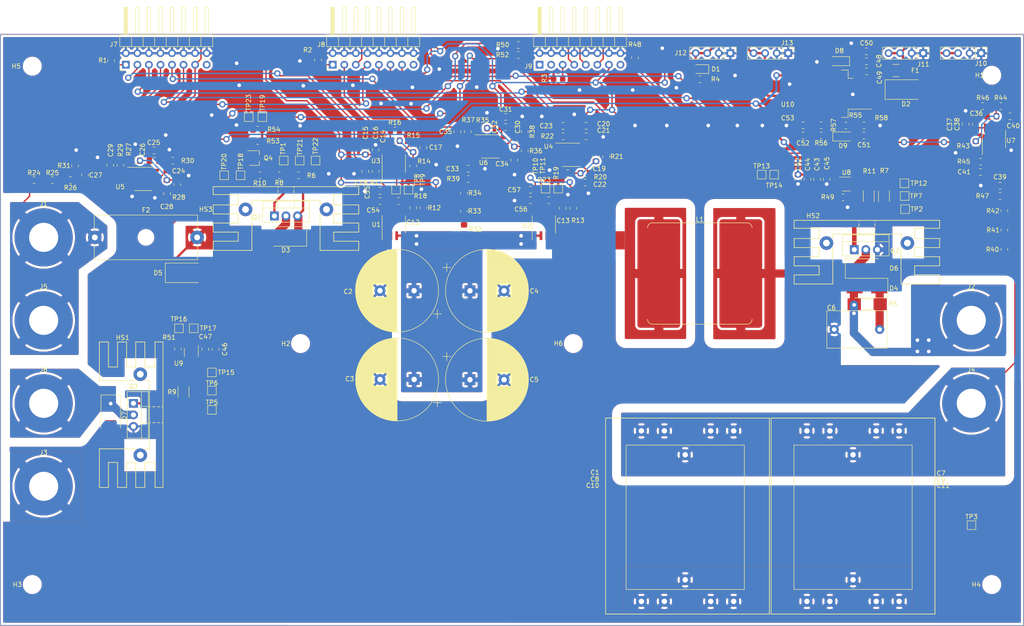
<source format=kicad_pcb>
(kicad_pcb (version 20211014) (generator pcbnew)
  (layers (0 "F.Cu" signal) (31 "B.Cu" signal) (34 "B.Paste" user) (35 "F.Paste" user) (36 "B.SilkS" user "B.Silkscreen") (37 "F.SilkS" user "F.Silkscreen") (38 "B.Mask" user) (39 "F.Mask" user) (44 "Edge.Cuts" user))
  (net 0 "")
  (net 1 "GND")
  (net 2 "/Vc")
  (net 3 "/IL+")
  (net 4 "Net-(C6-Pad2)")
  (net 5 "Net-(C12-Pad1)")
  (net 6 "Net-(C13-Pad1)")
  (net 7 "Net-(C14-Pad1)")
  (net 8 "Net-(C14-Pad2)")
  (net 9 "VCC")
  (net 10 "Net-(C17-Pad1)")
  (net 11 "/Iio_meas")
  (net 12 "Net-(C19-Pad1)")
  (net 13 "Net-(C19-Pad2)")
  (net 14 "Net-(C22-Pad1)")
  (net 15 "/IL_meas")
  (net 16 "Net-(C24-Pad1)")
  (net 17 "Net-(C24-Pad2)")
  (net 18 "Net-(C27-Pad1)")
  (net 19 "Net-(C28-Pad1)")
  (net 20 "/Vio_meas")
  (net 21 "Net-(C30-Pad1)")
  (net 22 "Net-(C30-Pad2)")
  (net 23 "Net-(C33-Pad1)")
  (net 24 "Net-(C34-Pad1)")
  (net 25 "/Vdc_meas")
  (net 26 "Net-(C36-Pad1)")
  (net 27 "Net-(C36-Pad2)")
  (net 28 "Net-(C39-Pad1)")
  (net 29 "Net-(C40-Pad1)")
  (net 30 "/Vc_meas")
  (net 31 "VDD")
  (net 32 "Net-(C51-Pad1)")
  (net 33 "Net-(C52-Pad1)")
  (net 34 "Net-(C53-Pad1)")
  (net 35 "Net-(D1-Pad1)")
  (net 36 "/Iio+")
  (net 37 "/Vio")
  (net 38 "/Power stage/TF+")
  (net 39 "/Power stage/L-")
  (net 40 "/Vdd_in")
  (net 41 "Net-(D3-Pad2)")
  (net 42 "Net-(R1-Pad2)")
  (net 43 "/Vc_meas_filt")
  (net 44 "/Vdc_meas_filt")
  (net 45 "/Vio_meas_filt")
  (net 46 "/IL_meas_filt")
  (net 47 "/Iio_meas_filt")
  (net 49 "/SW_O_D")
  (net 50 "/SW_L_D")
  (net 51 "/SW_C_D")
  (net 53 "/IL-")
  (net 54 "Net-(Q1-Pad1)")
  (net 55 "Net-(Q2-Pad1)")
  (net 56 "Net-(Q3-Pad1)")
  (net 57 "Net-(Q4-Pad1)")
  (net 58 "/SW_O")
  (net 59 "/SW_C")
  (net 60 "Net-(R10-Pad2)")
  (net 61 "/SW_L")
  (net 62 "/Current measurements/Iio current sensor conditioning/in_buf")
  (net 63 "/Current measurements/Iio_sens")
  (net 64 "/Current measurements/IL current sensor conditioning/in_buf")
  (net 65 "/Current measurements/IL_sens")
  (net 66 "Net-(R24-Pad1)")
  (net 67 "Net-(R25-Pad1)")
  (net 68 "/Voltage measurements/Vio voltage conditioning/in_buf")
  (net 69 "Net-(R32-Pad1)")
  (net 70 "Net-(R33-Pad1)")
  (net 71 "/Voltage measurements/Vdc voltage conditioning/in_buf")
  (net 72 "Net-(R40-Pad1)")
  (net 73 "Net-(R41-Pad1)")
  (net 74 "/Voltage measurements/Vc voltage conditioning/in_buf")
  (net 75 "Net-(R48-Pad1)")
  (net 76 "Net-(R50-Pad1)")
  (net 77 "Net-(R52-Pad1)")
  (net 85 "Net-(J8-Pad1)")
  (net 88 "Net-(J9-Pad5)")
  (footprint "Package_TO_SOT_SMD:SOT-23W" (layer "F.Cu") (at 68.85 51)
    (fp_text reference "Q4")
    (fp_text value " ")
  )
  (footprint "Capacitor_SMD:C_0805_2012Metric_Pad1.18x1.45mm_HandSolder" (layer "F.Cu") (at 124.1 41.95)
    (fp_text reference "C31")
    (fp_text value "1uF")
  )
  (footprint "Resistor_SMD:R_0805_2012Metric_Pad1.20x1.40mm_HandSolder" (layer "F.Cu") (at 233.775 62.6 -90)
    (fp_text reference "R42")
    (fp_text value "TBD")
  )
  (footprint "Resistor_SMD:R_0805_2012Metric_Pad1.20x1.40mm_HandSolder" (layer "F.Cu") (at 100.5 60.456)
    (fp_text reference "R18")
    (fp_text value "47k")
  )
  (footprint "Package_TO_SOT_SMD:TO-263-2" (layer "F.Cu") (at 196.475 36.86 180)
    (fp_text reference "U10")
    (fp_text value "LM317")
  )
  (footprint "MountingHole:MountingHole_3.2mm_M3" (layer "F.Cu") (at 79 91.8)
    (fp_text reference "H2")
    (fp_text value "MountingHole")
  )
  (footprint "Capacitor_SMD:C_0805_2012Metric_Pad1.18x1.45mm_HandSolder" (layer "F.Cu") (at 46.799 51.595)
    (fp_text reference "C26")
    (fp_text value "10nF")
  )
  (footprint "Resistor_SMD:R_0805_2012Metric_Pad1.20x1.40mm_HandSolder" (layer "F.Cu") (at 103.75 48.7 -90)
    (fp_text reference "R15")
    (fp_text value "TBD")
  )
  (footprint "Capacitor_SMD:C_0805_2012Metric_Pad1.18x1.45mm_HandSolder" (layer "F.Cu") (at 203.4375 27.54)
    (fp_text reference "C50")
    (fp_text value "100nF")
  )
  (footprint "CL_Capacitor_PTH:C_Rect_L42.0mm_W38.0mm_P37.50mm_S10.2mm_Film" (layer "F.Cu") (at 200.5 148.5 90)
    (fp_text reference "C9")
    (fp_text value "13uF")
  )
  (footprint "Capacitor_SMD:C_0805_2012Metric_Pad1.18x1.45mm_HandSolder" (layer "F.Cu") (at 49.65 58.845 -90)
    (fp_text reference "C28")
    (fp_text value "TBD")
  )
  (footprint "Capacitor_SMD:C_0805_2012Metric_Pad1.18x1.45mm_HandSolder" (layer "F.Cu") (at 225.245 43.575 90)
    (fp_text reference "C37")
    (fp_text value "1uF")
  )
  (footprint "Capacitor_SMD:C_0805_2012Metric_Pad1.18x1.45mm_HandSolder" (layer "F.Cu") (at 203.475 31.94)
    (fp_text reference "C49")
    (fp_text value "10uF")
  )
  (footprint "MountingHole:MountingHole_6.4mm_M6_Pad" (layer "F.Cu") (at 22.5 68.45)
    (fp_text reference "J1")
    (fp_text value " ")
  )
  (footprint "TestPoint:TestPoint_Pad_1.5x1.5mm" (layer "F.Cu") (at 132.868 57.734)
    (fp_text reference "TP10")
    (fp_text value "TestPoint_Small")
  )
  (footprint "Resistor_SMD:R_0805_2012Metric_Pad1.20x1.40mm_HandSolder" (layer "F.Cu") (at 137.75 54.35 180)
    (fp_text reference "R19")
    (fp_text value "TBD")
  )
  (footprint "Capacitor_SMD:C_0805_2012Metric_Pad1.18x1.45mm_HandSolder" (layer "F.Cu") (at 136.678 62.0305 90)
    (fp_text reference "C13")
    (fp_text value "TBD")
  )
  (footprint "Capacitor_SMD:C_0805_2012Metric_Pad1.18x1.45mm_HandSolder" (layer "F.Cu") (at 60.3 93.0625 -90)
    (fp_text reference "C46")
    (fp_text value "10uF")
  )
  (footprint "Capacitor_SMD:C_0805_2012Metric_Pad1.18x1.45mm_HandSolder" (layer "F.Cu") (at 189.5 46.06 180)
    (fp_text reference "C52")
    (fp_text value "10uF")
  )
  (footprint "Resistor_SMD:R_0805_2012Metric_Pad1.20x1.40mm_HandSolder" (layer "F.Cu") (at 29.4 52.7 90)
    (fp_text reference "R31")
    (fp_text value "TBD")
  )
  (footprint "MountingHole:MountingHole_3.2mm_M3" (layer "F.Cu") (at 20 144.8)
    (fp_text reference "H3")
    (fp_text value "MountingHole")
  )
  (footprint "Resistor_SMD:R_0805_2012Metric_Pad1.20x1.40mm_HandSolder" (layer "F.Cu") (at 42.65 51.595 180)
    (fp_text reference "R27")
    (fp_text value "TBD")
  )
  (footprint "TestPoint:TestPoint_Pad_1.5x1.5mm" (layer "F.Cu") (at 78.8 51.55)
    (fp_text reference "TP21")
    (fp_text value "TestPoint_Small")
  )
  (footprint "TestPoint:TestPoint_Pad_1.5x1.5mm" (layer "F.Cu") (at 75.3 51.55)
    (fp_text reference "TP1")
    (fp_text value "TestPoint_Small")
  )
  (footprint "Resistor_SMD:R_0805_2012Metric_Pad1.20x1.40mm_HandSolder" (layer "F.Cu") (at 227.495 48.325 -90)
    (fp_text reference "R43")
    (fp_text value "TBD")
  )
  (footprint "TestPoint:TestPoint_Pad_1.5x1.5mm" (layer "F.Cu") (at 226.55 131.75)
    (fp_text reference "TP3")
    (fp_text value "TestPoint_Small")
  )
  (footprint "Capacitor_SMD:C_0805_2012Metric_Pad1.18x1.45mm_HandSolder" (layer "F.Cu") (at 124.1 44.2)
    (fp_text reference "C32")
    (fp_text value "10nF")
  )
  (footprint "Capacitor_SMD:C_0805_2012Metric_Pad1.18x1.45mm_HandSolder" (layer "F.Cu") (at 115.9 53.35)
    (fp_text reference "C33")
    (fp_text value "DNP")
  )
  (footprint "Capacitor_SMD:C_0805_2012Metric_Pad1.18x1.45mm_HandSolder" (layer "F.Cu") (at 99.75 47.2 180)
    (fp_text reference "C14")
    (fp_text value "TBD")
  )
  (footprint "TestPoint:TestPoint_Pad_1.5x1.5mm" (layer "F.Cu") (at 52.25 88.45)
    (fp_text reference "TP16")
    (fp_text value "TestPoint_Small")
  )
  (footprint "TestPoint:TestPoint_Pad_1.5x1.5mm" (layer "F.Cu") (at 211.8 56.55)
    (fp_text reference "TP12")
    (fp_text value "TestPoint_Small")
  )
  (footprint "Diode_SMD:D_SMB_Handsoldering" (layer "F.Cu") (at 37.25 107.7 -90)
    (fp_text reference "D7")
    (fp_text value "D_Schottky_Small_Filled")
  )
  (footprint "TestPoint:TestPoint_Pad_1.5x1.5mm" (layer "F.Cu") (at 211.85 59.35)
    (fp_text reference "TP7")
    (fp_text value "TestPoint_Small")
  )
  (footprint "Resistor_SMD:R_0805_2012Metric_Pad1.20x1.40mm_HandSolder" (layer "F.Cu") (at 24.4 55.875 180)
    (fp_text reference "R25")
    (fp_text value "TBD")
  )
  (footprint "Connector_PinHeader_2.54mm:PinHeader_2x08_P2.54mm_Horizontal" (layer "F.Cu") (at 86.07 30.48 90)
    (fp_text reference "J8")
    (fp_text value "Conn_02x08_Odd_Even")
  )
  (footprint "Connector_PinHeader_2.54mm:PinHeader_2x08_P2.54mm_Horizontal" (layer "F.Cu") (at 40.57 30.48 90)
    (fp_text reference "J7")
    (fp_text value "Conn_02x08_Odd_Even")
  )
  (footprint "Resistor_SMD:R_0805_2012Metric_Pad1.20x1.40mm_HandSolder" (layer "F.Cu") (at 138.964 62.052 90)
    (fp_text reference "R13")
    (fp_text value "TBD")
  )
  (footprint "Capacitor_SMD:C_0805_2012Metric_Pad1.18x1.45mm_HandSolder" (layer "F.Cu") (at 141.56 56.382 180)
    (fp_text reference "C22")
    (fp_text value "TBD")
  )
  (footprint "Capacitor_SMD:C_0805_2012Metric_Pad1.18x1.45mm_HandSolder" (layer "F.Cu") (at 106 48.7 -90)
    (fp_text reference "C17")
    (fp_text value "TBD")
  )
  (footprint "CL_Resistor_SMD:R_MELF_MMB-0207_HandSoldering" (layer "F.Cu") (at 53.25 102.45 90)
    (fp_text reference "R9")
    (fp_text value "3R3")
  )
  (footprint "Capacitor_SMD:C_0805_2012Metric_Pad1.18x1.45mm_HandSolder" (layer "F.Cu") (at 95.5 49.2 90)
    (fp_text reference "C16")
    (fp_text value "10nF")
  )
  (footprint "MountingHole:MountingHole_6.4mm_M6_Pad" (layer "F.Cu") (at 226.5 86.7)
    (fp_text reference "J2")
    (fp_text value " ")
  )
  (footprint "Package_SO:SOIC-8_3.9x4.9mm_P1.27mm" (layer "F.Cu") (at 132.5 65.6 90)
    (fp_text reference "U2")
    (fp_text value "ACS730xLCTR-20AB")
  )
  (footprint "Resistor_SMD:R_0805_2012Metric_Pad1.20x1.40mm_HandSolder" (layer "F.Cu") (at 52.05 93 -90)
    (fp_text reference "R51")
    (fp_text value "100k")
  )
  (footprint "MountingHole:MountingHole_3.2mm_M3" (layer "F.Cu") (at 20 30.8)
    (fp_text reference "H5")
    (fp_text value "MountingHole")
  )
  (footprint "Resistor_SMD:R_0805_2012Metric_Pad1.20x1.40mm_HandSolder" (layer "F.Cu") (at 133.63 60.274)
    (fp_text reference "R23")
    (fp_text value "47k")
  )
  (footprint "TestPoint:TestPoint_Pad_1.5x1.5mm" (layer "F.Cu") (at 59.5 98.15)
    (fp_text reference "TP15")
    (fp_text value "TestPoint_Small")
  )
  (footprint "Capacitor_SMD:C_0805_2012Metric_Pad1.18x1.45mm_HandSolder" (layer "F.Cu") (at 129.566 57.988 180)
    (fp_text reference "C57")
    (fp_text value "1uF")
  )
  (footprint "Resistor_SMD:R_0805_2012Metric_Pad1.20x1.40mm_HandSolder" (layer "F.Cu") (at 114.95 58.7 -90)
    (fp_text reference "R34")
    (fp_text value "TBD")
  )
  (footprint "MountingHole:MountingHole_3.2mm_M3" (layer "F.Cu") (at 231 144.8)
    (fp_text reference "H4")
    (fp_text value "MountingHole")
  )
  (footprint "Resistor_SMD:R_0805_2012Metric_Pad1.20x1.40mm_HandSolder" (layer "F.Cu") (at 126.895 28.33)
    (fp_text reference "R52")
    (fp_text value "TBD")
  )
  (footprint "Resistor_SMD:R_0805_2012Metric_Pad1.20x1.40mm_HandSolder" (layer "F.Cu") (at 193.5 43.81 180)
    (fp_text reference "R57")
    (fp_text value "TBD")
  )
  (footprint "Resistor_SMD:R_0805_2012Metric_Pad1.20x1.40mm_HandSolder" (layer "F.Cu") (at 198.9 43.86)
    (fp_text reference "R55")
    (fp_text value "TBD")
  )
  (footprint "TestPoint:TestPoint_Pad_1.5x1.5mm" (layer "F.Cu") (at 70.6 42)
    (fp_text reference "TP19")
    (fp_text value "TestPoint_Small")
  )
  (footprint "TestPoint:TestPoint_Pad_1.5x1.5mm" (layer "F.Cu") (at 62.2 54.8)
    (fp_text reference "TP20")
    (fp_text value "TestPoint_Small")
  )
  (footprint "Capacitor_SMD:C_0805_2012Metric_Pad1.18x1.45mm_HandSolder" (layer "F.Cu") (at 126 51.46 -90)
    (fp_text reference "C34")
    (fp_text value "TBD")
  )
  (footprint "CL_Capacitor_PTH:C_Rect_L42.0mm_W38.0mm_P37.50mm_S10.2mm_Film" (layer "F.Cu") (at 164.1 148.504 90)
    (fp_text reference "C8")
    (fp_text value "13uF")
  )
  (footprint "Connector_PinHeader_2.54mm:PinHeader_2x08_P2.54mm_Horizontal" (layer "F.Cu") (at 131.57 30.48 90)
    (fp_text reference "J9")
    (fp_text value "Conn_02x08_Odd_Even")
  )
  (footprint "Capacitor_SMD:C_0805_2012Metric_Pad1.18x1.45mm_HandSolder" (layer "F.Cu") (at 143.95 50.7 90)
    (fp_text reference "C19")
    (fp_text value "TBD")
  )
  (footprint "Resistor_SMD:R_1210_3225Metric_Pad1.30x2.65mm_HandSolder" (layer "F.Cu") (at 209.95 31.74 180)
    (fp_text reference "F1")
    (fp_text value "Polyfuse")
  )
  (footprint "CL_Capacitor_PTH:C_Rect_L31.5mm_W26.0mm_P27.50mm_Film" (layer "F.Cu") (at 163.592 143.758 90)
    (fp_text reference "C1")
    (fp_text value "13uF")
  )
  (footprint "Package_SO:SOIC-8_3.9x4.9mm_P1.27mm" (layer "F.Cu") (at 44.4 55.6)
    (fp_text reference "U5")
    (fp_text value "Opamp_Dual")
  )
  (footprint "Capacitor_SMD:C_0805_2012Metric_Pad1.18x1.45mm_HandSolder" (layer "F.Cu") (at 189.5 43.81 180)
    (fp_text reference "C53")
    (fp_text value "10uF")
  )
  (footprint "Resistor_SMD:R_0805_2012Metric_Pad1.20x1.40mm_HandSolder" (layer "F.Cu") (at 103.75 52.7 -90)
    (fp_text reference "R14")
    (fp_text value "TBD")
  )
  (footprint "Capacitor_THT:CP_Radial_D18.0mm_P7.50mm" (layer "F.Cu") (at 116.25 99.75)
    (fp_text reference "C5")
    (fp_text value "TBD")
  )
  (footprint "Diode_SMD:D_SMB_Handsoldering" (layer "F.Cu") (at 75.75 68.245 180)
    (fp_text reference "D3")
    (fp_text value "D_Schottky_Small_Filled")
  )
  (footprint "Resistor_SMD:R_0805_2012Metric_Pad1.20x1.40mm_HandSolder" (layer "F.Cu") (at 115.75 45.21 -90)
    (fp_text reference "R37")
    (fp_text value "TBD")
  )
  (footprint "CL_Resistor_SMD:R_MELF_MMB-0207_HandSoldering" (layer "F.Cu") (at 207.3 59.4 -90)
    (fp_text reference "R7")
    (fp_text value "3R3")
  )
  (footprint "TestPoint:TestPoint_Pad_1.5x1.5mm" (layer "F.Cu") (at 211.95 62.25)
    (fp_text reference "TP2")
    (fp_text value "TestPoint_Small")
  )
  (footprint "Diode_SMD:D_SOD-123" (layer "F.Cu") (at 198.3 46.26)
    (fp_text reference "D9")
    (fp_text value "1N4148")
  )
  (footprint "Resistor_SMD:R_0805_2012Metric_Pad1.20x1.40mm_HandSolder" (layer "F.Cu") (at 198.3 59.65)
    (fp_text reference "R49")
    (fp_text value "100k")
  )
  (footprint "Capacitor_SMD:C_0805_2012Metric_Pad1.18x1.45mm_HandSolder" (layer "F.Cu") (at 113.5 45.21 -90)
    (fp_text reference "C35")
    (fp_text value "DNP")
  )
  (footprint "CL_Heatsink:Heatsink_Stonecold_HS-132_32x14mm_2xFixation1.5mm_2pins" (layer "F.Cu") (at 43.75 107.45 -90)
    (fp_text reference "HS1")
    (fp_text value "Heatsink_Pad_2Pin")
  )
  (footprint "Diode_SMD:D_SMB_Handsoldering" (layer "F.Cu") (at 53.85 76.25)
    (fp_text reference "D5")
    (fp_text value "D_Zener_Small_Filled")
  )
  (footprint "Resistor_SMD:R_0805_2012Metric_Pad1.20x1.40mm_HandSolder" (layer "F.Cu") (at 128.3 45.2 -90)
    (fp_text reference "R38")
    (fp_text value "TBD")
  )
  (footprint "Resistor_SMD:R_0805_2012Metric_Pad1.20x1.40mm_HandSolder" (layer "F.Cu") (at 119 44.46 180)
    (fp_text reference "R35")
    (fp_text value "TBD")
  )
  (footprint "Resistor_SMD:R_0805_2012Metric" (layer "F.Cu") (at 166.9 33.69 180)
    (fp_text reference "R4")
    (fp_text value "2k")
  )
  (footprint "Resistor_SMD:R_0805_2012Metric_Pad1.20x1.40mm_HandSolder" (layer "F.Cu") (at 95.5 53.95 -90)
    (fp_text reference "R17")
    (fp_text value "TBD")
  )
  (footprint "Resistor_SMD:R_0805_2012Metric_Pad1.20x1.40mm_HandSolder" (layer "F.Cu") (at 202.9 43.86)
    (fp_text reference "R58")
    (fp_text value "TBD")
  )
  (footprint "Resistor_SMD:R_0805_2012Metric_Pad1.20x1.40mm_HandSolder" (layer "F.Cu") (at 114.95 66.7 -90)
    (fp_text reference "R32")
    (fp_text value "TBD")
  )
  (footprint "Capacitor_THT:CP_Radial_D18.0mm_P7.50mm" (layer "F.Cu") (at 103.97778 99.7 180)
    (fp_text reference "C3")
    (fp_text value "TBD")
  )
  (footprint "TestPoint:TestPoint_Pad_1.5x1.5mm" (layer "F.Cu") (at 55.5 88.45)
    (fp_text reference "TP17")
    (fp_text value "TestPoint_Small")
  )
  (footprint "CL_Resistor_SMD:R_MELF_MMB-0207_HandSoldering" (layer "F.Cu") (at 203.95 59.4 -90)
    (fp_text reference "R11")
    (fp_text value "3R3")
  )
  (footprint "Capacitor_SMD:C_0805_2012Metric_Pad1.18x1.45mm_HandSolder" (layer "F.Cu") (at 230.995 41.825 180)
    (fp_text reference "C36")
    (fp_text value "TBD")
  )
  (footprint "CL_Inductor_SMD:L_Bourns_SRP2313AA_24x24" (layer "F.Cu") (at 166.8 76.4)
    (fp_text reference "L1")
    (fp_text value "L")
  )
  (footprint "Capacitor_SMD:C_0805_2012Metric_Pad1.18x1.45mm_HandSolder" (layer "F.Cu") (at 46.799 49.345)
    (fp_text reference "C25")
    (fp_text value "1uF")
  )
  (footprint "Resistor_SMD:R_0805_2012Metric_Pad1.20x1.40mm_HandSolder" (layer "F.Cu") (at 74.3 54.8 180)
    (fp_text reference "R8")
    (fp_text value "TBD")
  )
  (footprint "Resistor_SMD:R_0805_2012Metric_Pad1.20x1.40mm_HandSolder" (layer "F.Cu") (at 115.9 55.6)
    (fp_text reference "R39")
    (fp_text value "TBD")
  )
  (footprint "Capacitor_SMD:C_0805_2012Metric_Pad1.18x1.45mm_HandSolder" (layer "F.Cu") (at 203.4375 29.74)
    (fp_text reference "C48")
    (fp_text value "10uF")
  )
  (footprint "Capacitor_SMD:C_0805_2012Metric_Pad1.18x1.45mm_HandSolder" (layer "F.Cu") (at 235.0325 41.825)
    (fp_text reference "C40")
    (fp_text value "TBD")
  )
  (footprint "Package_SO:SOIC-8_3.9x4.9mm_P1.27mm" (layer "F.Cu") (at 138.512 50.286)
    (fp_text reference "U4")
    (fp_text value "Opamp_Dual")
  )
  (footprint "Package_TO_SOT_THT:TO-220-3_Vertical" (layer "F.Cu") (at 200.77 71.15)
    (fp_text reference "Q2")
    (fp_text value "Q_NMOS_GDS")
  )
  (footprint "Resistor_SMD:R_0805_2012Metric_Pad1.20x1.40mm_HandSolder" (layer "F.Cu") (at 152.55 28.95 90)
    (fp_text reference "R48")
    (fp_text value "TBD")
  )
  (footprint "Resistor_SMD:R_0805_2012Metric_Pad1.20x1.40mm_HandSolder" (layer "F.Cu") (at 228.995 39.575)
    (fp_text reference "R46")
    (fp_text value "TBD")
  )
  (footprint "Resistor_SMD:R_0805_2012Metric_Pad1.20x1.40mm_HandSolder" (layer "F.Cu") (at 82.85 29.45 -90)
    (fp_text reference "R2")
    (fp_text value "0R")
  )
  (footprint "Resistor_SMD:R_0805_2012Metric_Pad1.20x1.40mm_HandSolder" (layer "F.Cu") (at 51.9 56.845 90)
    (fp_text reference "R28")
    (fp_text value "TBD")
  )
  (footprint "TestPoint:TestPoint_Pad_1.5x1.5mm" (layer "F.Cu") (at 67.6 42)
    (fp_text reference "TP23")
    (fp_text value "TestPoint_Small")
  )
  (footprint "Package_SO:SOIC-8_3.9x4.9mm_P1.27mm" (layer "F.Cu") (at 99.5 65.6 90)
    (fp_text reference "U1")
    (fp_text value "ACS730xLCTR-20AB")
  )
  (footprint "Resistor_SMD:R_0805_2012Metric_Pad1.20x1.40mm_HandSolder" (layer "F.Cu") (at 232.995 39.575 180)
    (fp_text reference "R44")
    (fp_text value "TBD")
  )
  (footprint "TestPoint:TestPoint_Pad_1.5x1.5mm" (layer "F.Cu") (at 65.8 54.8)
    (fp_text reference "TP18")
    (fp_text value "TestPoint_Small")
  )
  (footprint "Package_TO_SOT_THT:TO-220-3_Vertical" (layer "F.Cu") (at 42.25 104.95 -90)
    (fp_text reference "Q3")
    (fp_text value "Q_NMOS_GDS")
  )
  (footprint "TestPoint:TestPoint_Pad_1.5x1.5mm" (layer "F.Cu") (at 183.15 54.65)
    (fp_text reference "TP14")
    (fp_text value "TestPoint_Small")
  )
  (footprint "Capacitor_SMD:C_0805_2012Metric_Pad1.18x1.45mm_HandSolder" (layer "F.Cu") (at 126 47.46 90)
    (fp_text reference "C30")
    (fp_text value "TBD")
  )
  (footprint "TestPoint:TestPoint_Pad_1.5x1.5mm" (layer "F.Cu") (at 102.75 57.956)
    (fp_text reference "TP9")
    (fp_text value "TestPoint_Small")
  )
  (footprint "CL_Heatsink:Heatsink_Stonecold_HS-132_32x14mm_2xFixation1.5mm_2pins" (layer "F.Cu") (at 75.79 62.3)
    (fp_text reference "HS3")
    (fp_text value "Heatsink_Pad_2Pin")
  )
  (footprint "Resistor_SMD:R_0805_2012Metric_Pad1.20x1.40mm_HandSolder" (layer "F.Cu") (at 228.5375 51.825)
    (fp_text reference "R45")
    (fp_text value "TBD")
  )
  (footprint "Package_SO:SOIC-8_3.9x4.9mm_P1.27mm" (layer "F.Cu") (at 99.5 52.21 90)
    (fp_text reference "U3")
    (fp_text value "Opamp_Dual")
  )
  (footprint "Resistor_SMD:R_0805_2012Metric_Pad1.20x1.40mm_HandSolder" (layer "F.Cu") (at 126.895 26.13)
    (fp_text reference "R50")
    (fp_text value "TBD")
  )
  (footprint "Capacitor_SMD:C_0805_2012Metric_Pad1.18x1.45mm_HandSolder" (layer "F.Cu") (at 136.734 43.936 180)
    (fp_text reference "C23")
    (fp_text value "DNP")
  )
  (footprint "Capacitor_SMD:C_0805_2012Metric_Pad1.18x1.45mm_HandSolder" (layer "F.Cu") (at 93.25 53.95 -90)
    (fp_text reference "C18")
    (fp_text value "DNP")
  )
  (footprint "Resistor_SMD:R_0805_2012Metric_Pad1.20x1.40mm_HandSolder" (layer "F.Cu") (at 37.35 29.55 -90)
    (fp_text reference "R1")
    (fp_text value "0R")
  )
  (footprint "MountingHole:MountingHole_6.4mm_M6_Pad" (layer "F.Cu") (at 226.5 104.95)
    (fp_text reference "J4")
    (fp_text value " ")
  )
  (footprint "TestPoint:TestPoint_Pad_1.5x1.5mm" (layer "F.Cu") (at 180.4 54.65)
    (fp_text reference "TP13")
    (fp_text value "TestPoint_Small")
  )
  (footprint "Capacitor_SMD:C_0805_2012Metric_Pad1.18x1.45mm_HandSolder" (layer "F.Cu") (at 232.8375 57.1 180)
    (fp_text reference "C39")
    (fp_text value "DNP")
  )
  (footprint "MountingHole:MountingHole_6.4mm_M6_Pad" (layer "F.Cu") (at 22.5 86.7)
    (fp_text reference "J5")
    (fp_text value " ")
  )
  (footprint "Resistor_SMD:R_0805_2012Metric_Pad1.20x1.40mm_HandSolder" (layer "F.Cu") (at 50.9 51.595 180)
    (fp_text reference "R30")
    (fp_text value "TBD")
  )
  (footprint "CL_Capacitor_PTH:C_Rect_L31.5mm_W26.0mm_P27.50mm_Film" (layer "F.Cu") (at 200.5 143.754 90)
    (fp_text reference "C7")
    (fp_text value "13uF")
  )
  (footprint "Connector_PinHeader_2.54mm:PinHeader_1x04_P2.54mm_Vertical" (layer "F.Cu") (at 215.93 27.94 -90)
    (fp_text reference "J11")
    (fp_text value "Conn_01x04")
  )
  (footprint "Resistor_SMD:R_0805_2012Metric_Pad1.20x1.40mm_HandSolder" (layer "F.Cu") (at 233.775 66.85 -90)
    (fp_text reference "R41")
    (fp_text value "TBD")
  )
  (footprint "Connector_PinHeader_2.54mm:PinHeader_1x04_P2.54mm_Vertical" (layer "F.Cu") (at 186.25 27.94 -90)
    (fp_text reference "J13")
    (fp_text value "Conn_01x04")
  )
  (footprint "Capacitor_SMD:C_0805_2012Metric_Pad1.18x1.45mm_HandSolder" (layer "F.Cu") (at 141.814 43.936)
    (fp_text reference "C20")
    (fp_text value "1uF")
  )
  (footprint "CL_Heatsink:Heatsink_Stonecold_HS-132_32x14mm_2xFixation1.5mm_2pins" (layer "F.Cu") (at 203.55 69.7)
    (fp_text reference "HS2")
    (fp_text value "Heatsink_Pad_2Pin")
  )
  (footprint "Capacitor_SMD:C_0805_2012Metric_Pad1.18x1.45mm_HandSolder" (layer "F.Cu") (at 194.7 55.6875 -90)
    (fp_text reference "C45")
    (fp_text value "100nF")
  )
  (footprint "TestPoint:TestPoint_Pad_1.5x1.5mm" (layer "F.Cu") (at 82.3 51.55)
    (fp_text reference "TP22")
    (fp_text value "TestPoint_Small")
  )
  (footprint "CL_Capacitor_PTH:C_Rect_L42.0mm_W38.0mm_P37.50mm_S20.3mm_Film" (layer "F.Cu") (at 200.5 148.5 90)
    (fp_text reference "C11")
    (fp_text value "13uF")
  )
  (footprint "Diode_SMD:D_SOD-123" (layer "F.Cu") (at 197.5 29.7 180)
    (fp_text reference "D8")
    (fp_text value "1N4148")
  )
  (footprint "Connector_PinHeader_2.54mm:PinHeader_1x04_P2.54mm_Vertical" (layer "F.Cu") (at 173.51 27.94 -90)
    (fp_text reference "J12")
    (fp_text value "Conn_01x04")
  )
  (footprint "Resistor_SMD:R_0805_2012Metric_Pad1.20x1.40mm_HandSolder" (layer "F.Cu") (at 136.734 46.222 180)
    (fp_text reference "R22")
    (fp_text value "TBD")
  )
  (footprint "Capacitor_SMD:C_0805_2012Metric_Pad1.18x1.45mm_HandSolder" (layer "F.Cu") (at 96.5 60.456 180)
    (fp_text reference "C54")
    (fp_text value "100nF")
  )
  (footprint "CL_Capacitor_PTH:C_Rect_L42.0mm_W38.0mm_P37.50mm_S20.3mm_Film" (layer "F.Cu") (at 164.1 148.504 90)
    (fp_text reference "C10")
    (fp_text value "13uF")
  )
  (footprint "Resistor_SMD:R_0805_2012Metric_Pad1.20x1.40mm_HandSolder" (layer "F.Cu") (at 20.4 55.875 180)
    (fp_text reference "R24")
    (fp_text value "TBD")
  )
  (footprint "Resistor_SMD:R_0805_2012Metric_Pad1.20x1.40mm_HandSolder" (layer "F.Cu") (at 141.56 54.35 180)
    (fp_text reference "R20")
    (fp_text value "TBD")
  )
  (footprint "Capacitor_SMD:C_0805_2012Metric_Pad1.18x1.45mm_HandSolder" (layer "F.Cu") (at 129.566 60.274 180)
    (fp_text reference "C56")
    (fp_text value "100nF")
  )
  (footprint "Capacitor_SMD:C_0805_2012Metric_Pad1.18x1.45mm_HandSolder" (layer "F.Cu") (at 103.75 61.956 90)
    (fp_text reference "C12")
    (fp_text value "TBD")
  )
  (footprint "Diode_SMD:D_SMB_Handsoldering" (layer "F.Cu") (at 203.4 75.3)
    (fp_text reference "D6")
    (fp_text value "D_Schottky_Small_Filled")
  )
  (footprint "Capacitor_SMD:C_0805_2012Metric_Pad1.18x1.45mm_HandSolder" (layer "F.Cu") (at 227.495 43.575 90)
    (fp_text reference "C38")
    (fp_text value "10nF")
  )
  (footprint "Connector_PinHeader_2.54mm:PinHeader_1x04_P2.54mm_Vertical" (layer "F.Cu") (at 228.68 27.94 -90)
    (fp_text reference "J10")
    (fp_text value "Conn_01x04")
  )
  (footprint "Resistor_SMD:R_0805_2012Metric_Pad1.20x1.40mm_HandSolder" (layer "F.Cu") (at 28.4 55.875 180)
    (fp_text reference "R26")
    (fp_text value "TBD")
  )
  (footprint "Resistor_SMD:R_0805_2012Metric_Pad1.20x1.40mm_HandSolder" (layer "F.Cu") (at 146.236 50.7 90)
    (fp_text reference "R21")
    (fp_text value "TBD")
  )
  (footprint "Capacitor_THT:C_Rect_L13.0mm_W8.0mm_P10.00mm_FKS3_FKP3_MKS4" (layer "F.Cu") (at 196.35 88.7)
    (fp_text reference "C6")
    (fp_text value "10nF")
  )
  (footprint "Capacitor_SMD:C_0805_2012Metric_Pad1.18x1.45mm_HandSolder" (layer "F.Cu") (at 190.5 55.675 -90)
    (fp_text reference "C44")
    (fp_text value "10uF")
  )
  (footprint "Resistor_SMD:R_0805_2012Metric_Pad1.20x1.40mm_HandSolder" (layer "F.Cu") (at 233.775 71.1 -90)
    (fp_text reference "R40")
    (fp_text value "TBD")
  )
  (footprint "Package_SO:SOIC-8_3.9x4.9mm_P1.27mm" (layer "F.Cu") (at 120.75 48.46)
    (fp_text reference "U6")
    (fp_text value "Opamp_Dual")
  )
  (footprint "TestPoint:TestPoint_Pad_1.5x1.5mm" (layer "F.Cu") (at 135.662 57.734)
    (fp_text reference "TP11")
    (fp_text value "TestPoint_Small")
  )
  (footprint "LED_SMD:LED_0805_2012Metric_Pad1.15x1.40mm_HandSolder" (layer "F.Cu") (at 166.9 31.44 180)
    (fp_text reference "D1")
    (fp_text value "LED_Small_Filled")
  )
  (footprint "Resistor_SMD:R_0805_2012Metric_Pad1.20x1.40mm_HandSolder" (layer "F.Cu") (at 78.55 54.8)
    (fp_text reference "R6")
    (fp_text value "TBD")
  )
  (footprint "Resistor_SMD:R_0805_2012Metric_Pad1.20x1.40mm_HandSolder" (layer "F.Cu") (at 193.5 46.06 180)
    (fp_text reference "R56")
    (fp_text value "TBD")
  )
  (footprint "Resistor_SMD:R_0805_2012Metric_Pad1.20x1.40mm_HandSolder" (layer "F.Cu") (at 70.05 54.8)
    (fp_text reference "R10")
    (fp_text value "TBD")
  )
  (footprint "Resistor_SMD:R_0805_2012Metric_Pad1.20x1.40mm_HandSolder" (layer "F.Cu") (at 69.55 47.25)
    (fp_text reference "R53")
    (fp_text value "4k7")
  )
  (footprint "Capacitor_SMD:C_0805_2012Metric_Pad1.18x1.45mm_HandSolder" (layer "F.Cu") (at 192.6 55.675 -90)
    (fp_text reference "C43")
    (fp_text value "10uF")
  )
  (footprint "Package_SO:SOIC-8_3.9x4.9mm_P1.27mm" (layer "F.Cu") (at 231.495 46.825 90)
    (fp_text reference "U7")
    (fp_text value "Opamp_Dual")
  )
  (footprint "Capacitor_THT:CP_Radial_D18.0mm_P7.50mm" (layer "F.Cu") (at 103.95556 80.17378 180)
    (fp_text reference "C2")
    (fp_text value "TBD")
  )
  (footprint "Capacitor_SMD:C_0805_2012Metric_Pad1.18x1.45mm_HandSolder" (layer "F.Cu") (at 188.4 55.675 -90)
    (fp_text reference "C42")
    (fp_text value "10uF")
  )
  (footprint "Resistor_SMD:R_0805_2012Metric_Pad1.20x1.40mm_HandSolder" (layer "F.Cu") (at 135.65 33.5)
    (fp_text reference "R3")
    (fp_text value "DNP")
  )
  (footprint "Resistor_SMD:R_0805_2012Metric_Pad1.20x1.40mm_HandSolder" (layer "F.Cu") (at 69.55 44.75 180)
    (fp_text reference "R54")
    (fp_text value "100k")
  )
  (footprint "Capacitor_SMD:C_0805_2012Metric_Pad1.18x1.45mm_HandSolder" (layer "F.Cu") (at 96.5 58.206 180)
    (fp_text reference "C55")
    (fp_text value "1uF")
  )
  (footprint "Resistor_SMD:R_0805_2012Metric_Pad1.20x1.40mm_HandSolder" (layer "F.Cu") (at 99.75 44.95 180)
    (fp_text reference "R16")
    (fp_text value "TBD")
  )
  (footprint "Capacitor_SMD:C_0805_2012Metric_Pad1.18x1.45mm_HandSolder" (layer "F.Cu") (at 49.593 54.845 90)
    (fp_text reference "C24")
    (fp_text value "TBD")
  )
  (footprint "Resistor_SMD:R_0805_2012Metric_Pad1.20x1.40mm_HandSolder" (layer "F.Cu") (at 114.95 62.7 -90)
    (fp_text reference "R33")
    (fp_text value "TBD")
  )
  (footprint "Capacitor_SMD:C_0805_2012Metric_Pad1.18x1.45mm_HandSolder" (layer "F.Cu") (at 37.15 52.595 -90)
    (fp_text reference "C29")
    (fp_text value "DNP")
  )
  (footprint "Package_TO_SOT_SMD:TSOT-23-5_HandSoldering" (layer "F.Cu") (at 55 93.769 -90)
    (fp_text reference "U9")
    (fp_text value "DGD0211C")
  )
  (footprint "MountingHole:MountingHole_3.2mm_M3" (layer "F.Cu") (at 231 32.8)
    (fp_text reference "H1")
    (fp_text value "MountingHole")
  )
  (footprint "CL_Resistor_SMD:R_MELF_MMB-0207_HandSoldering" (layer "F.Cu") (at 203.616 83.15)
    (fp_text reference "R5")
    (fp_text value "20R")
  )
  (footprint "Resistor_SMD:R_0805_2012Metric_Pad1.20x1.40mm_HandSolder" (layer "F.Cu") (at 128.3 49.45 90)
    (fp_text reference "R36")
    (fp_text value "TBD")
  )
  (footprint "MountingHole:MountingHole_6.4mm_M6_Pad" (layer "F.Cu") (at 22.5 123.2)
    (fp_text reference "J3")
    (fp_text value " ")
  )
  (footprint "MountingHole:MountingHole_3.2mm_M3" (layer "F.Cu") (at 138.975 91.8)
    (fp_text reference "H6")
    (fp_text value "MountingHole")
  )
  (footprint "Capacitor_SMD:C_0805_2012Metric_Pad1.18x1.45mm_HandSolder" (layer "F.Cu") (at 202.9 46.06)
    (fp_text reference "C51")
    (fp_text value "100nF")
  )
  (footprint "TestPoint:TestPoint_Pad_1.5x1.5mm" (layer "F.Cu") (at 100 57.956)
    (fp_text reference "TP8")
    (fp_text value "TestPoint_Small")
  )
  (footprint "Capacitor_SMD:C_0805_2012Metric_Pad1.18x1.45mm_HandSolder" (layer "F.Cu") (at 58.05 93.0625 -90)
    (fp_text reference "C47")
    (fp_text value "100nF")
  )
  (footprint "Diode_SMD:D_SMB_Handsoldering" (layer "F.Cu") (at 203.55 79.6 180)
    (fp_text reference "D4")
    (fp_text value "D_Schottky_Small_Filled")
  )
  (footprint "Package_TO_SOT_SMD:TSOT-23-5_HandSoldering" (layer "F.Cu") (at 199.04 56.7)
    (fp_text reference "U8")
    (fp_text value "DGD0211C")
  )
  (footprint "Diode_SMD:D_SMB_Handsoldering" (layer "F.Cu") (at 212.15 35.94)
    (fp_text reference "D2")
    (fp_text value "D_Zener_Small_Filled")
  )
  (footprint "MountingHole:MountingHole_6.4mm_M6_Pad" (layer "F.Cu") (at 22.5 104.95)
    (fp_text reference "J6")
    (fp_text value " ")
  )
  (footprint "TestPoint:TestPoint_Pad_1.5x1.5mm" (layer "F.Cu") (at 59.5 106.4)
    (fp_text reference "TP5")
    (fp_text value "TestPoint_Small")
  )
  (footprint "Resistor_SMD:R_0805_2012Metric_Pad1.20x1.40mm_HandSolder" (layer "F.Cu") (at 39.4 52.595 -90)
    (fp_text reference "R29")
    (fp_text value "TBD")
  )
  (footprint "Package_TO_SOT_THT:TO-220-3_Vertical" (layer "F.Cu") (at 73.25 63.745)
    (fp_text reference "Q1")
    (fp_text value "Q_PMOS_GDS")
  )
  (footprint "Capacitor_SMD:C_0805_2012Metric_Pad1.18x1.45mm_HandSolder" (layer "F.Cu") (at 141.814 46.222)
    (fp_text reference "C21")
    (fp_text value "10nF")
  )
  (footprint "Capacitor_THT:CP_Radial_D18.0mm_P7.50mm" (layer "F.Cu") (at 116.25 80.2)
    (fp_text reference "C4")
    (fp_text value "TBD")
  )
  (footprint "Capacitor_SMD:C_0805_2012Metric_Pad1.18x1.45mm_HandSolder" (layer "F.Cu") (at 93.25 49.2 90)
    (fp_text reference "C15")
    (fp_text value "1uF")
  )
  (footprint "Capacitor_SMD:C_0805_2012Metric_Pad1.18x1.45mm_HandSolder" (layer "F.Cu") (at 228.5375 54.075)
    (fp_text reference "C41")
    (fp_text value "DNP")
  )
  (footprint "Resistor_SMD:R_0805_2012Metric_Pad1.20x1.40mm_HandSolder" (layer "F.Cu") (at 106 61.956 90)
    (fp_text reference "R12")
    (fp_text value "TBD")
  )
  (footprint "Fuse:Fuseholder_Cylinder-5x20mm_Schurter_0031_8201_Horizontal_Open" (layer "F.Cu") (at 33.75 68.45)
    (fp_text reference "F2")
    (fp_text value "Fuse_Small")
  )
  (footprint "Resistor_SMD:R_0805_2012Metric_Pad1.20x1.40mm_HandSolder" (layer "F.Cu") (at 232.825 59.35 180)
    (fp_text reference "R47")
    (fp_text value "TBD")
  )
  (footprint "Capacitor_SMD:C_0805_2012Metric_Pad1.18x1.45mm_HandSolder" (layer "F.Cu") (at 31.6 54.7625 90)
    (fp_text reference "C27")
    (fp_text value "DNP")
  )
  (footprint "TestPoint:TestPoint_Pad_1.5x1.5mm" (layer "F.Cu") (at 59.5 102.15)
    (fp_text reference "TP6")
    (fp_text value "TestPoint_Small")
  )
  (gr_line (start 13 23.8) (end 238 23.8) (layer "F.Cu") (width 0.2))
  (gr_line (start 13 153.79) (end 13 23.8) (layer "F.Cu") (width 0.2))
  (gr_line (start 238 153.8) (end 13 153.79) (layer "F.Cu") (width 0.2))
  (gr_line (start 238 23.8) (end 238 153.8) (layer "F.Cu") (width 0.2))
  (gr_line (start 13 153.79) (end 13 23.8) (layer "B.Cu") (width 0.2))
  (gr_line (start 13 23.8) (end 238 23.8) (layer "B.Cu") (width 0.2))
  (gr_line (start 238 153.8) (end 13 153.79) (layer "B.Cu") (width 0.2))
  (gr_line (start 238 23.8) (end 238 153.8) (layer "B.Cu") (width 0.2))
  (gr_line (start 13 153.8) (end 238 153.8) (layer "Edge.Cuts") (width 0.1))
  (gr_line (start 238 23.8) (end 238 153.8) (layer "Edge.Cuts") (width 0.1))
  (gr_line (start 238 23.8) (end 13 23.8) (layer "Edge.Cuts") (width 0.1))
  (gr_line (start 13 23.8) (end 13 153.8) (layer "Edge.Cuts") (width 0.1))
  (segment (start 101.5 63.03) (end 101.405 63.125) (width 0.3) (layer "F.Cu") (net 1))
  (segment (start 134.405 60.499) (end 134.63 60.274) (width 0.3) (layer "F.Cu") (net 1))
  (segment (start 205.85 71.15) (end 205.85 69) (width 1) (layer "F.Cu") (net 1))
  (segment (start 205.85 71.15) (end 208.15 71.15) (width 1) (layer "F.Cu") (net 1))
  (segment (start 135.349 60.993) (end 134.63 60.274) (width 0.3) (layer "F.Cu") (net 1))
  (segment (start 194.7 56.725) (end 197.305 56.725) (width 0.5) (layer "F.Cu") (net 1))
  (segment (start 101.5 60.456) (end 101.794 60.75) (width 0.3) (layer "F.Cu") (net 1))
  (segment (start 101.5 60.456) (end 101.5 63.03) (width 0.3) (layer "F.Cu") (net 1))
  (segment (start 31.6 51.2) (end 29.65 49.25) (width 0.3) (layer "F.Cu") (net 1))
  (segment (start 103.5815 60.75) (end 103.75 60.9185) (width 0.3) (layer "F.Cu") (net 1))
  (segment (start 205.85 71.15) (end 205.85 75.05) (width 1) (layer "F.Cu") (net 1))
  (segment (start 66.4 51.95) (end 65.75 51.3) (width 0.3) (layer "F.Cu") (net 1))
  (segment (start 136.678 60.993) (end 135.349 60.993) (width 0.3) (layer "F.Cu") (net 1))
  (segment (start 205.85 75.05) (end 206.1 75.3) (width 1) (layer "F.Cu") (net 1))
  (segment (start 55 92.059) (end 55 90.225) (width 0.5) (layer "F.Cu") (net 1))
  (segment (start 197.305 56.725) (end 197.33 56.7) (width 0.5) (layer "F.Cu") (net 1))
  (segment (start 65.75 51.3) (end 65.75 50.15) (width 0.3) (layer "F.Cu") (net 1))
  (segment (start 134.405 63.125) (end 134.405 60.499) (width 0.3) (layer "F.Cu") (net 1))
  (segment (start 67.65 51.95) (end 66.4 51.95) (width 0.3) (layer "F.Cu") (net 1))
  (segment (start 206.1 75.3) (end 209.05 75.3) (width 1) (layer "F.Cu") (net 1))
  (segment (start 101.794 60.75) (end 103.5815 60.75) (width 0.3) (layer "F.Cu") (net 1))
  (segment (start 31.6 53.725) (end 31.6 51.2) (width 0.3) (layer "F.Cu") (net 1))
  (via (at 90.5 35) (size 1.4) (drill 0.8) (layers "F.Cu" "B.Cu") (net 1))
  (via (at 108.825 52.45) (size 1.4) (drill 0.8) (layers "F.Cu" "B.Cu") (net 1))
  (via (at 64.906834 43.739292) (size 1.4) (drill 0.8) (layers "F.Cu" "B.Cu") (net 1))
  (via (at 105.575 57.85) (size 1.4) (drill 0.8) (layers "F.Cu" "B.Cu") (net 1))
  (via (at 132.05 41.85) (size 1.4) (drill 0.8) (layers "F.Cu" "B.Cu") (net 1))
  (via (at 137.8 59.05) (size 1.4) (drill 0.8) (layers "F.Cu" "B.Cu") (net 1))
  (via (at 49.35 45.95) (size 1.4) (drill 0.8) (layers "F.Cu" "B.Cu") (net 1))
  (via (at 103.3 39.05) (size 1.4) (drill 0.8) (layers "F.Cu" "B.Cu") (net 1))
  (via (at 126.05 60.35) (size 1.4) (drill 0.8) (layers "F.Cu" "B.Cu") (net 1))
  (via (at 186.55 34.75) (size 1.4) (drill 0.8) (layers "F.Cu" "B.Cu") (net 1))
  (via (at 122.4 26.95) (size 1.4) (drill 0.8) (layers "F.Cu" "B.Cu") (net 1))
  (via (at 200.45 37) (size 1.4) (drill 0.8) (layers "F.Cu" "B.Cu") (net 1))
  (via (at 54.4 54.85) (size 1.4) (drill 0.8) (layers "F.Cu" "B.Cu") (net 1))
  (via (at 79.6 35.1) (size 1.4) (drill 0.8) (layers "F.Cu" "B.Cu") (net 1))
  (via (at 59.45 41.55) (size 1.4) (drill 0.8) (layers "F.Cu" "B.Cu") (net 1))
  (via (at 145.55 46.35) (size 1.4) (drill 0.8) (layers "F.Cu" "B.Cu") (net 1))
  (via (at 225.25 40.625) (size 1.4) (drill 0.8) (layers "F.Cu" "B.Cu") (net 1))
  (via (at 158.55 26.85) (size 1.4) (drill 0.8) (layers "F.Cu" "B.Cu") (net 1))
  (via (at 109.5 31.45) (size 1.4) (drill 0.8) (layers "F.Cu" "B.Cu") (net 1))
  (via (at 180.55 43.85) (size 1.4) (drill 0.8) (layers "F.Cu" "B.Cu") (net 1))
  (via (at 199.3 61.825) (size 1.4) (drill 0.8) (layers "F.Cu" "B.Cu") (net 1))
  (via (at 192.55 29.85) (size 1.4) (drill 0.8) (layers "F.Cu" "B.Cu") (net 1))
  (via (at 90.75 54.45) (size 1.4) (drill 0.8) (layers "F.Cu" "B.Cu") (net 1))
  (via (at 235.275 49.275) (size 1.4) (drill 0.8) (layers "F.Cu" "B.Cu") (net 1))
  (via (at 50.15 49.15) (size 1.4) (drill 0.8) (layers "F.Cu" "B.Cu") (net 1))
  (via (at 120 41.05) (size 1.4) (drill 0.8) (layers "F.Cu" "B.Cu") (net 1))
  (via (at 78.9 43.9) (size 1.4) (drill 0.8) (layers "F.Cu" "B.Cu") (net 1))
  (via (at 65.5 35) (size 1.4) (drill 0.8) (layers "F.Cu" "B.Cu") (net 1))
  (via (at 159.55 43.85) (size 1.4) (drill 0.8) (layers "F.Cu" "B.Cu") (net 1))
  (via (at 103.6 35.45) (size 1.4) (drill 0.8) (layers "F.Cu" "B.Cu") (net 1))
  (via (at 95.5 48.1) (size 1.4) (drill 0.8) (layers "F.Cu" "B.Cu") (net 1))
  (via (at 161.65 35.55) (size 1.4) (drill 0.8) (layers "F.Cu" "B.Cu") (net 1))
  (via (at 127.75 41.85) (size 1.4) (drill 0.8) (layers "F.Cu" "B.Cu") (net 1))
  (via (at 78.85 29.65) (size 1.4) (drill 0.8) (layers "F.Cu" "B.Cu") (net 1))
  (via (at 64.95 30.15) (size 1.4) (drill 0.8) (layers "F.Cu" "B.Cu") (net 1))
  (via (at 85.2 54.45) (size 1.4) (drill 0.8) (layers "F.Cu" "B.Cu") (net 1))
  (via (at 133.75 53.65) (size 1.4) (drill 0.8) (layers "F.Cu" "B.Cu") (net 1))
  (via (at 29.65 49.25) (size 1.4) (drill 0.8) (layers "F.Cu" "B.Cu") (net 1))
  (via (at 119.55 53.35) (size 1.4) (drill 0.8) (layers "F.Cu" "B.Cu") (net 1))
  (via (at 200.1 25.75) (size 1.4) (drill 0.8) (layers "F.Cu" "B.Cu") (net 1))
  (via (at 41.95 59.45) (size 1.4) (drill 0.8) (layers "F.Cu" "B.Cu") (net 1))
  (via (at 46.95 59.75) (size 1.4) (drill 0.8) (layers "F.Cu" "B.Cu") (net 1))
  (via (at 168.65 43.85) (size 1.4) (drill 0.8) (layers "F.Cu" "B.Cu") (net 1))
  (via (at 152.55 43.85) (size 1.4) (drill 0.8) (layers "F.Cu" "B.Cu") (net 1))
  (via (at 126.05 54.65) (size 1.4) (drill 0.8) (layers "F.Cu" "B.Cu") (net 1))
  (via (at 140.35 36.05) (size 1.4) (drill 0.8) (layers "F.Cu" "B.Cu") (net 1))
  (via (at 188.4 56.7) (size 1.4) (drill 0.8) (layers "F.Cu" "B.Cu") (net 1))
  (via (at 228.6 57.05) (size 1.4) (drill 0.8) (layers "F.Cu" "B.Cu") (net 1))
  (via (at 93.1 58.3) (size 1.4) (drill 0.8) (layers "F.Cu" "B.Cu") (net 1))
  (via (at 175.05 43.85) (size 1.4) (drill 0.8) (layers "F.Cu" "B.Cu") (net 1))
  (via (at 185.85 43.85) (size 1.4) (drill 0.8) (layers "F.Cu" "B.Cu") (net 1))
  (via (at 174.55 32.85) (size 1.4) (drill 0.8) (layers "F.Cu" "B.Cu") (net 1))
  (via (at 152.05 36.05) (size 1.4) (drill 0.8) (layers "F.Cu" "B.Cu") (net 1))
  (via (at 223.05 49.85) (size 1.4) (drill 0.8) (layers "F.Cu" "B.Cu") (net 1))
  (via (at 142.3 58.75) (size 1.4) (drill 0.8) (layers "F.Cu" "B.Cu") (net 1))
  (via (at 206.45 43.85) (size 1.4) (drill 0.8) (layers "F.Cu" "B.Cu") (net 1))
  (via (at 96.7 39) (size 1.4) (drill 0.8) (layers "F.Cu" "B.Cu") (net 1))
  (via (at 34.35 50.85) (size 1.4) (drill 0.8) (layers "F.Cu" "B.Cu") (net 1))
  (via (at 194.7 56.725) (size 1.4) (drill 0.8) (layers "F.Cu" "B.Cu") (net 1))
  (via (at 117.75 35.4) (size 1.4) (drill 0.8) (layers "F.Cu" "B.Cu") (net 1))
  (via (at 139.2 41.4) (size 1.4) (drill 0.8) (layers "F.Cu" "B.Cu") (net 1))
  (via (at 113.5 48.4) (size 1.4) (drill 0.8) (layers "F.Cu" "B.Cu") (net 1))
  (via (at 42.65 47.95) (size 1.4) (drill 0.8) (layers "F.Cu" "B.Cu") (net 1))
  (segment (start 205.85 71.15) (end 208.15 71.15) (width 1) (layer "B.Cu") (net 1))
  (segment (start 205.85 75.2) (end 209.2 75.2) (width 1) (layer "B.Cu") (net 1))
  (segment (start 205.85 71.15) (end 205.85 75.2) (width 1) (layer "B.Cu") (net 1))
  (segment (start 205.85 71.15) (end 205.85 69) (width 1) (layer "B.Cu") (net 1))
  (segment (start 205.85 75.2) (end 205.95 75.3) (width 1) (layer "B.Cu") (net 1))
  (segment (start 226.55 104.95) (end 226.5 104.95) (width 0.3) (layer "F.Cu") (net 2))
  (segment (start 234.8 72.1) (end 236.1 73.4) (width 0.3) (layer "F.Cu") (net 2))
  (segment (start 236.1 73.4) (end 236.1 96) (width 0.3) (layer "F.Cu") (net 2))
  (segment (start 236.1 96) (end 227.15 104.95) (width 0.3) (layer "F.Cu") (net 2))
  (segment (start 227.15 104.95) (end 226.5 104.95) (width 0.3) (layer "F.Cu") (net 2))
  (segment (start 233.775 72.1) (end 234.8 72.1) (width 0.3) (layer "F.Cu") (net 2))
  (segment (start 100.135 68.075) (end 101.405 68.075) (width 0.5) (layer "F.Cu") (net 3))
  (segment (start 114.95 67.7) (end 114.95 69.45) (width 0.3) (layer "F.Cu") (net 3))
  (segment (start 131.865 68.075) (end 130.595 68.075) (width 0.5) (layer "F.Cu") (net 3))
  (via (at 104.5 69.9) (size 1.4) (drill 0.8) (layers "F.Cu" "B.Cu") (net 3))
  (via (at 127.5 68.1) (size 1.4) (drill 0.8) (layers "F.Cu" "B.Cu") (net 3))
  (via (at 127.5 69.9) (size 1.4) (drill 0.8) (layers "F.Cu" "B.Cu") (net 3))
  (via (at 104.5 68.1) (size 1.4) (drill 0.8) (layers "F.Cu" "B.Cu") (net 3))
  (segment (start 206.35 88.7) (end 206.35 79.7) (width 1.8) (layer "F.Cu") (net 4))
  (segment (start 206.35 79.7) (end 206.25 79.6) (width 1.8) (layer "F.Cu") (net 4))
  (segment (start 100.135 64.285) (end 100.6 64.75) (width 0.3) (layer "F.Cu") (net 5))
  (segment (start 100.135 63.125) (end 100.135 64.285) (width 0.3) (layer "F.Cu") (net 5))
  (segment (start 103.05 64.75) (end 103.75 64.05) (width 0.3) (layer "F.Cu") (net 5))
  (segment (start 103.7875 62.956) (end 103.75 62.9935) (width 0.3) (layer "F.Cu") (net 5))
  (segment (start 106 62.956) (end 103.7875 62.956) (width 0.3) (layer "F.Cu") (net 5))
  (segment (start 103.75 64.05) (end 103.75 62.9935) (width 0.3) (layer "F.Cu") (net 5))
  (segment (start 100.6 64.75) (end 103.05 64.75) (width 0.3) (layer "F.Cu") (net 5))
  (segment (start 136.678 64.072) (end 136.678 63.068) (width 0.3) (layer "F.Cu") (net 6))
  (segment (start 136 64.75) (end 136.678 64.072) (width 0.3) (layer "F.Cu") (net 6))
  (segment (start 138.964 63.052) (end 136.694 63.052) (width 0.3) (layer "F.Cu") (net 6))
  (segment (start 133.135 63.125) (end 133.135 64.385) (width 0.3) (layer "F.Cu") (net 6))
  (segment (start 136.694 63.052) (end 136.678 63.068) (width 0.3) (layer "F.Cu") (net 6))
  (segment (start 133.5 64.75) (end 136 64.75) (width 0.3) (layer "F.Cu") (net 6))
  (segment (start 133.135 64.385) (end 133.5 64.75) (width 0.3) (layer "F.Cu") (net 6))
  (segment (start 103.75 49.7) (end 103.75 51.7) (width 0.3) (layer "F.Cu") (net 7))
  (via (at 103.75 49.7) (size 1.4) (drill 0.8) (layers "F.Cu" "B.Cu") (net 7))
  (via (at 100.8 47.2) (size 1.4) (drill 0.8) (layers "F.Cu" "B.Cu") (net 7))
  (segment (start 100.8 47.2) (end 103.3 49.7) (width 0.3) (layer "B.Cu") (net 7))
  (segment (start 103.3 49.7) (end 103.75 49.7) (width 0.3) (layer "B.Cu") (net 7))
  (segment (start 98.865 47.3525) (end 98.865 49.735) (width 0.3) (layer "F.Cu") (net 8))
  (segment (start 100.135 49.735) (end 98.865 49.735) (width 0.3) (layer "F.Cu") (net 8))
  (segment (start 98.7125 44.9875) (end 98.75 44.95) (width 0.3) (layer "F.Cu") (net 8))
  (segment (start 98.7125 47.2) (end 98.865 47.3525) (width 0.3) (layer "F.Cu") (net 8))
  (segment (start 98.7125 47.2) (end 98.7125 44.9875) (width 0.3) (layer "F.Cu") (net 8))
  (segment (start 138.2 56.3) (end 138.2 57.05) (width 0.3) (layer "F.Cu") (net 9))
  (segment (start 194.5 43.81) (end 194.5 38.26) (width 0.5) (layer "F.Cu") (net 9))
  (segment (start 45.7615 49.345) (end 45.7615 47.3615) (width 0.3) (layer "F.Cu") (net 9))
  (segment (start 194.95 47.55) (end 194.5 47.1) (width 0.3) (layer "F.Cu") (net 9))
  (segment (start 146.81 30.48) (end 146.81 31.49) (width 0.3) (layer "F.Cu") (net 9))
  (segment (start 80.35 38.4) (end 75.9 38.4) (width 0.3) (layer "F.Cu") (net 9))
  (segment (start 123.225 46.555) (end 123.225 44.3625) (width 0.3) (layer "F.Cu") (net 9))
  (segment (start 130.595 63.125) (end 130.595 60.2825) (width 0.3) (layer "F.Cu") (net 9))
  (segment (start 97.595 49.735) (end 97.0925 50.2375) (width 0.3) (layer "F.Cu") (net 9))
  (segment (start 181.775 37.325) (end 192.635 37.325) (width 0.5) (layer "F.Cu") (net 9))
  (segment (start 168.43 27.94) (end 170.37 26) (width 0.5) (layer "F.Cu") (net 9))
  (segment (start 129.55 55.35) (end 130.6035 56.4035) (width 0.3) (layer "F.Cu") (net 9))
  (segment (start 106.85 31.55) (end 106.85 31.9) (width 0.3) (layer "F.Cu") (net 9))
  (segment (start 227.7575 44.35) (end 227.495 44.6125) (width 0.3) (layer "F.Cu") (net 9))
  (segment (start 139.95 58.8) (end 139.95 60.066) (width 0.3) (layer "F.Cu") (net 9))
  (segment (start 123.0625 37.0625) (end 121.2 35.2) (width 0.3) (layer "F.Cu") (net 9))
  (segment (start 170.37 26) (end 176.4 26) (width 0.5) (layer "F.Cu") (net 9))
  (segment (start 45.7615 52.5815) (end 46.875 53.695) (width 0.3) (layer "F.Cu") (net 9))
  (segment (start 71.4 33.9) (end 71.4 31.7) (width 0.3) (layer "F.Cu") (net 9))
  (segment (start 181.1 36.65) (end 181.775 37.325) (width 0.5) (layer "F.Cu") (net 9))
  (segment (start 140.7765 47.1735) (end 140.7765 48.1705) (width 0.3) (layer "F.Cu") (net 9))
  (segment (start 229.59 44.35) (end 227.7575 44.35) (width 0.3) (layer "F.Cu") (net 9))
  (segment (start 178.34 27.94) (end 179.24 27.94) (width 0.5) (layer "F.Cu") (net 9))
  (segment (start 192.635 37.325) (end 193.1 36.86) (width 0.5) (layer "F.Cu") (net 9))
  (segment (start 57.1 29.19) (end 55.81 30.48) (width 0.3) (layer "F.Cu") (net 9))
  (segment (start 130.6035 60.274) (end 130.6035 57.988) (width 0.3) (layer "F.Cu") (net 9))
  (segment (start 55.81 37.14) (end 45.7615 47.1885) (width 0.3) (layer "F.Cu") (net 9))
  (segment (start 138.2 57.05) (end 139.95 58.8) (width 0.3) (layer "F.Cu") (net 9))
  (segment (start 101.85 32.35) (end 101.31 31.81) (width 0.3) (layer "F.Cu") (net 9))
  (segment (start 195.85 29.7) (end 195.85 34.11) (width 0.3) (layer "F.Cu") (net 9))
  (segment (start 211.65 47.55) (end 194.95 47.55) (width 0.3) (layer "F.Cu") (net 9))
  (segment (start 140.7765 46.222) (end 140.7765 47.1735) (width 0.3) (layer "F.Cu") (net 9))
  (segment (start 108.75 56.3) (end 108.75 58.206) (width 0.3) (layer "F.Cu") (net 9))
  (segment (start 194.55 43.86) (end 194.5 43.81) (width 0.5) (layer "F.Cu") (net 9))
  (segment (start 168.43 27.94) (end 165.89 27.94) (width 0.5) (layer "F.Cu") (net 9))
  (segment (start 87.95 56.35) (end 87.9 56.4) (width 0.3) (layer "F.Cu") (net 9))
  (segment (start 194.5 46.06) (end 194.5 43.81) (width 0.5) (layer "F.Cu") (net 9))
  (segment (start 106.4 32.35) (end 101.85 32.35) (width 0.3) (layer "F.Cu") (net 9))
  (segment (start 147.5 37.1) (end 147.5 40.4) (width 0.3) (layer "F.Cu") (net 9))
  (segment (start 130.595 60.2825) (end 130.6035 60.274) (width 0.3) (layer "F.Cu") (net 9))
  (segment (start 224.9875 44.6125) (end 225.245 44.6125) (width 0.3) (layer "F.Cu") (net 9))
  (segment (start 75.9 38.4) (end 71.4 33.9) (width 0.3) (layer "F.Cu") (net 9))
  (segment (start 147.5 40.4) (end 149.7 42.6) (width 0.3) (layer "F.Cu") (net 9))
  (segment (start 97.595 60.5135) (end 97.5375 60.456) (width 0.3) (layer "F.Cu") (net 9))
  (segment (start 79.25 25.3) (end 58.45 25.3) (width 0.3) (layer "F.Cu") (net 9))
  (segment (start 142.898 61.052) (end 138.964 61.052) (width 0.3) (layer "F.Cu") (net 9))
  (segment (start 140.7765 48.1705) (end 140.987 48.381) (width 0.3) (layer "F.Cu") (net 9))
  (segment (start 95.5 50.2375) (end 93.25 50.2375) (width 0.3) (layer "F.Cu") (net 9))
  (segment (start 123.0625 41.95) (end 123.0625 37.0625) (width 0.3) (layer "F.Cu") (net 9))
  (segment (start 97.595 63.125) (end 97.595 60.5135) (width 0.3) (layer "F.Cu") (net 9))
  (segment (start 130.6035 56.4035) (end 130.6035 57.988) (width 0.3) (layer "F.Cu") (net 9))
  (segment (start 87.9 56.4) (end 96.8 56.4) (width 0.3) (layer "F.Cu") (net 9))
  (segment (start 165.875 31.44) (end 165.875 27.955) (width 0.5) (layer "F.Cu") (net 9))
  (segment (start 181.1 28.01) (end 181.1 36.65) (width 0.5) (layer "F.Cu") (net 9))
  (segment (start 101.31 31.81) (end 101.31 30.48) (width 0.3) (layer "F.Cu") (net 9))
  (segment (start 58.45 25.3) (end 57.1 26.65) (width 0.3) (layer "F.Cu") (net 9))
  (segment (start 196.45 46.06) (end 196.65 46.26) (width 0.5) (layer "F.Cu") (net 9))
  (segment (start 197.9 43.86) (end 194.55 43.86) (width 0.5) (layer "F.Cu") (net 9))
  (segment (start 71.4 31.7) (end 77.8 25.3) (width 0.3) (layer "F.Cu") (net 9))
  (segment (start 87.95 50.25) (end 87.55 49.85) (width 0.3) (layer "F.Cu") (net 9))
  (segment (start 176.4 26) (end 178.34 27.94) (width 0.5) (layer "F.Cu") (net 9))
  (segment (start 149.7 54.25) (end 142.898 61.052) (width 0.3) (layer "F.Cu") (net 9))
  (segment (start 106.85 31.9) (end 106.4 32.35) (width 0.3) (layer "F.Cu") (net 9))
  (segment (start 87.55 49.85) (end 87.55 45.6) (width 0.3) (layer "F.Cu") (net 9))
  (segment (start 107.5 25.3) (end 79.25 25.3) (width 0.3) (layer "F.Cu") (net 9))
  (segment (start 220.5 47.5) (end 222.1 47.5) (width 0.3) (layer "F.Cu") (net 9))
  (segment (start 193.8 35.65) (end 193.8 36.9) (width 0.5) (layer "F.Cu") (net 9))
  (segment (start 140.7765 42.3235) (end 142.7 40.4) (width 0.3) (layer "F.Cu") (net 9))
  (segment (start 179.24 27.94) (end 178.63 27.94) (width 0.5) (layer "F.Cu") (net 9))
  (segment (start 144.8 34.4) (end 147.5 37.1) (width 0.3) (layer "F.Cu") (net 9))
  (segment (start 194.5 46.06) (end 196.45 46.06) (width 0.5) (layer "F.Cu") (net 9))
  (segment (start 57.1 26.65) (end 57.1 29.19) (width 0.3) (layer "F.Cu") (net 9))
  (segment (start 165.89 27.94) (end 161.66 27.94) (width 0.3) (layer "F.Cu") (net 9))
  (segment (start 140.7765 43.936) (end 140.7765 42.3235) (width 0.3) (layer "F.Cu") (net 9))
  (segment (start 97.0925 50.2375) (end 95.5 50.2375) (width 0.3) (layer "F.Cu") (net 9))
  (segment (start 161.66 27.94) (end 159.1 30.5) (width 0.3) (layer "F.Cu") (net 9))
  (segment (start 77.8 25.3) (end 79.25 25.3) (width 0.3) (layer "F.Cu") (net 9))
  (segment (start 97.5375 57.1375) (end 97.5375 58.206) (width 0.3) (layer "F.Cu") (net 9))
  (segment (start 87.95 50.25) (end 87.95 56.35) (width 0.3) (layer "F.Cu") (net 9))
  (segment (start 45.7615 49.345) (end 45.7615 51.595) (width 0.3) (layer "F.Cu") (net 9))
  (segment (start 194.5 47.1) (end 194.5 46.06) (width 0.3) (layer "F.Cu") (net 9))
  (segment (start 227.495 44.6125) (end 225.245 44.6125) (width 0.3) (layer "F.Cu") (net 9))
  (segment (start 181.17 27.94) (end 179.24 27.94) (width 0.5) (layer "F.Cu") (net 9))
  (segment (start 195.85 34.11) (end 193.1 36.86) (width 0.3) (layer "F.Cu") (net 9))
  (segment (start 222.1 47.5) (end 224.9875 44.6125) (width 0.3) (layer "F.Cu") (net 9))
  (segment (start 139.95 60.066) (end 138.964 61.052) (width 0.3) (layer "F.Cu") (net 9))
  (segment (start 149.7 42.6) (end 149.7 54.25) (width 0.3) (layer "F.Cu") (net 9))
  (segment (start 55.81 30.48) (end 55.81 37.14) (width 0.3) (layer "F.Cu") (net 9))
  (segment (start 109.7 27.5) (end 107.5 25.3) (width 0.3) (layer "F.Cu") (net 9))
  (segment (start 123.225 44.3625) (end 123.0625 44.2) (width 0.3) (layer "F.Cu") (net 9))
  (segment (start 45.7615 47.1885) (end 45.7615 47.3615) (width 0.3) (layer "F.Cu") (net 9))
  (segment (start 211.7 47.5) (end 211.65 47.55) (width 0.3) (layer "F.Cu") (net 9))
  (segment (start 123.0625 44.2) (end 123.0625 41.95) (width 0.3) (layer "F.Cu") (net 9))
  (segment (start 140.7765 47.1735) (end 140.7765 43.936) (width 0.3) (layer "F.Cu") (net 9))
  (segment (start 45.7615 51.595) (end 45.7615 52.5815) (width 0.3) (layer "F.Cu") (net 9))
  (segment (start 194.5 38.26) (end 193.1 36.86) (width 0.5) (layer "F.Cu") (net 9))
  (segment (start 146.81 31.49) (end 143.9 34.4) (width 0.3) (layer "F.Cu") (net 9))
  (segment (start 96.8 56.4) (end 97.5375 57.1375) (width 0.3) (layer "F.Cu") (net 9))
  (segment (start 97.5375 58.206) (end 97.5375 60.456) (width 0.3) (layer "F.Cu") (net 9))
  (segment (start 165.875 27.955) (end 165.89 27.94) (width 0.5) (layer "F.Cu") (net 9))
  (segment (start 159.1 30.5) (end 159.1 34.4) (width 0.3) (layer "F.Cu") (net 9))
  (segment (start 143.9 34.4) (end 144.8 34.4) (width 0.3) (layer "F.Cu") (net 9))
  (segment (start 108.75 58.206) (end 106 60.956) (width 0.3) (layer "F.Cu") (net 9))
  (segment (start 87.55 45.6) (end 80.35 38.4) (width 0.3) (layer "F.Cu") (net 9))
  (segment (start 181.17 27.94) (end 181.1 28.01) (width 0.5) (layer "F.Cu") (net 9))
  (via (at 87.9 56.4) (size 1.4) (drill 0.8) (layers "F.Cu" "B.Cu") (net 9))
  (via (at 220.5 47.5) (size 1.4) (drill 0.8) (layers "F.Cu" "B.Cu") (net 9))
  (via (at 142.7 40.4) (size 1.4) (drill 0.8) (layers "F.Cu" "B.Cu") (net 9))
  (via (at 108.75 56.3) (size 1.4) (drill 0.8) (layers "F.Cu" "B.Cu") (net 9))
  (via (at 129.55 55.35) (size 1.4) (drill 0.8) (layers "F.Cu" "B.Cu") (net 9))
  (via (at 138.2 56.3) (size 1.4) (drill 0.8) (layers "F.Cu" "B.Cu") (net 9))
  (via (at 106.85 31.55) (size 1.4) (drill 0.8) (layers "F.Cu" "B.Cu") (net 9))
  (via (at 121.2 35.2) (size 1.4) (drill 0.8) (layers "F.Cu" "B.Cu") (net 9))
  (via (at 87.95 50.25) (size 1.4) (drill 0.8) (layers "F.Cu" "B.Cu") (net 9))
  (via (at 211.7 47.5) (size 1.4) (drill 0.8) (layers "F.Cu" "B.Cu") (net 9))
  (via (at 143.9 34.4) (size 1.4) (drill 0.8) (layers "F.Cu" "B.Cu") (net 9))
  (via (at 93.25 50.2375) (size 1.4) (drill 0.8) (layers "F.Cu" "B.Cu") (net 9))
  (via (at 147.5 40.4) (size 1.4) (drill 0.8) (layers "F.Cu" "B.Cu") (net 9))
  (via (at 159.1 34.4) (size 1.4) (drill 0.8) (layers "F.Cu" "B.Cu") (net 9))
  (via (at 109.7 27.5) (size 1.4) (drill 0.8) (layers "F.Cu" "B.Cu") (net 9))
  (segment (start 109.7 27.5) (end 111.3 25.9) (width 0.3) (layer "B.Cu") (net 9))
  (segment (start 118 25.9) (end 121.2 29.1) (width 0.3) (layer "B.Cu") (net 9))
  (segment (start 111.3 25.9) (end 118 25.9) (width 0.3) (layer "B.Cu") (net 9))
  (segment (start 121.2 29.1) (end 121.2 35.2) (width 0.3) (layer "B.Cu") (net 9))
  (segment (start 130.5 56.3) (end 138.2 56.3) (width 0.3) (layer "B.Cu") (net 9))
  (segment (start 108.65 56.4) (end 108.75 56.3) (width 0.3) (layer "B.Cu") (net 9))
  (segment (start 142.7 40.4) (end 147.5 40.4) (width 0.3) (layer "B.Cu") (net 9))
  (segment (start 122 34.4) (end 121.2 35.2) (width 0.3) (layer "B.Cu") (net 9))
  (segment (start 143.9 34.4) (end 122 34.4) (width 0.3) (layer "B.Cu") (net 9))
  (segment (start 87.9625 50.2375) (end 93.25 50.2375) (width 0.3) (layer "B.Cu") (net 9))
  (segment (start 220.5 47.5) (end 211.7 47.5) (width 0.3) (layer "B.Cu") (net 9))
  (segment (start 109.7 27.5) (end 107.95 27.5) (width 0.3) (layer "B.Cu") (net 9))
  (segment (start 87.9 56.4) (end 108.65 56.4) (width 0.3) (layer "B.Cu") (net 9))
  (segment (start 129.55 55.35) (end 130.5 56.3) (width 0.3) (layer "B.Cu") (net 9))
  (segment (start 87.95 50.25) (end 87.9625 50.2375) (width 0.3) (layer "B.Cu") (net 9))
  (segment (start 107.95 27.5) (end 106.85 28.6) (width 0.3) (layer "B.Cu") (net 9))
  (segment (start 143.9 34.4) (end 159.1 34.4) (width 0.3) (layer "B.Cu") (net 9))
  (segment (start 106.85 28.6) (end 106.85 31.55) (width 0.3) (layer "B.Cu") (net 9))
  (segment (start 103.44 47.7) (end 103.75 47.7) (width 0.3) (layer "F.Cu") (net 10))
  (segment (start 103.75 47.7) (end 105.9625 47.7) (width 0.3) (layer "F.Cu") (net 10))
  (segment (start 105.9625 47.7) (end 106 47.6625) (width 0.3) (layer "F.Cu") (net 10))
  (segment (start 101.405 49.735) (end 103.44 47.7) (width 0.3) (layer "F.Cu") (net 10))
  (segment (start 74.4 32.9) (end 80.6 32.9) (width 0.3) (layer "F.Cu") (net 11))
  (segment (start 90.8 50.4625) (end 93.25 52.9125) (width 0.3) (layer "F.Cu") (net 11))
  (segment (start 93.25 52.9125) (end 95.4625 52.9125) (width 0.3) (layer "F.Cu") (net 11))
  (segment (start 95.4625 52.9125) (end 95.5 52.95) (width 0.3) (layer "F.Cu") (net 11))
  (segment (start 43.11 31.34) (end 43.11 30.48) (width 0.3) (layer "F.Cu") (net 11))
  (segment (start 73.9 32.4) (end 74.4 32.9) (width 0.3) (layer "F.Cu") (net 11))
  (segment (start 41.1 33.35) (end 43.11 31.34) (width 0.3) (layer "F.Cu") (net 11))
  (segment (start 90.8 43.1) (end 90.8 50.4625) (width 0.3) (layer "F.Cu") (net 11))
  (segment (start 80.6 32.9) (end 90.8 43.1) (width 0.3) (layer "F.Cu") (net 11))
  (via (at 73.9 32.4) (size 1.4) (drill 0.8) (layers "F.Cu" "B.Cu") (net 11))
  (via (at 41.1 33.35) (size 1.4) (drill 0.8) (layers "F.Cu" "B.Cu") (net 11))
  (segment (start 42.05 32.4) (end 73.9 32.4) (width 0.3) (layer "B.Cu") (net 11))
  (segment (start 41.1 33.35) (end 42.05 32.4) (width 0.3) (layer "B.Cu") (net 11))
  (segment (start 138.75 54.35) (end 140.56 54.35) (width 0.3) (layer "F.Cu") (net 12))
  (via (at 140.56 54.35) (size 1.4) (drill 0.8) (layers "F.Cu" "B.Cu") (net 12))
  (via (at 144 51.7) (size 1.4) (drill 0.8) (layers "F.Cu" "B.Cu") (net 12))
  (segment (start 141.05 54.35) (end 143.7 51.7) (width 0.3) (layer "B.Cu") (net 12))
  (segment (start 143.7 51.7) (end 144 51.7) (width 0.3) (layer "B.Cu") (net 12))
  (segment (start 140.56 54.35) (end 141.05 54.35) (width 0.3) (layer "B.Cu") (net 12))
  (segment (start 143.95 49.6625) (end 146.1985 49.6625) (width 0.3) (layer "F.Cu") (net 13))
  (segment (start 140.987 50.921) (end 140.987 49.651) (width 0.3) (layer "F.Cu") (net 13))
  (segment (start 143.801 49.651) (end 143.95 49.8) (width 0.3) (layer "F.Cu") (net 13))
  (segment (start 146.1985 49.6625) (end 146.236 49.7) (width 0.3) (layer "F.Cu") (net 13))
  (segment (start 140.987 49.651) (end 143.801 49.651) (width 0.3) (layer "F.Cu") (net 13))
  (segment (start 140.987 52.191) (end 140.987 52.704208) (width 0.3) (layer "F.Cu") (net 14))
  (segment (start 142.56 54.277208) (end 142.56 54.35) (width 0.3) (layer "F.Cu") (net 14))
  (segment (start 142.56 54.35) (end 142.56 56.3445) (width 0.3) (layer "F.Cu") (net 14))
  (segment (start 140.987 52.704208) (end 142.56 54.277208) (width 0.3) (layer "F.Cu") (net 14))
  (segment (start 142.56 56.3445) (end 142.5975 56.382) (width 0.3) (layer "F.Cu") (net 14))
  (segment (start 45.65 33.95) (end 45.65 30.48) (width 0.3) (layer "F.Cu") (net 15))
  (segment (start 127.6 36.4) (end 130.2355 36.4) (width 0.3) (layer "F.Cu") (net 15))
  (segment (start 137.7715 43.936) (end 137.7715 46.1845) (width 0.3) (layer "F.Cu") (net 15))
  (segment (start 130.2355 36.4) (end 137.7715 43.936) (width 0.3) (layer "F.Cu") (net 15))
  (segment (start 137.7715 46.1845) (end 137.734 46.222) (width 0.3) (layer "F.Cu") (net 15))
  (segment (start 43.2 36.4) (end 45.65 33.95) (width 0.3) (layer "F.Cu") (net 15))
  (via (at 43.2 36.4) (size 1.4) (drill 0.8) (layers "F.Cu" "B.Cu") (net 15))
  (via (at 127.6 36.4) (size 1.4) (drill 0.8) (layers "F.Cu" "B.Cu") (net 15))
  (segment (start 127.3 36.7) (end 127.6 36.4) (width 0.3) (layer "B.Cu") (net 15))
  (segment (start 43.5 36.7) (end 127.3 36.7) (width 0.3) (layer "B.Cu") (net 15))
  (segment (start 43.2 36.4) (end 43.5 36.7) (width 0.3) (layer "B.Cu") (net 15))
  (segment (start 49.6305 55.845) (end 49.593 55.8825) (width 0.3) (layer "F.Cu") (net 16))
  (segment (start 51.9 55.845) (end 49.6305 55.845) (width 0.3) (layer "F.Cu") (net 16))
  (via (at 43.7 51.55) (size 1.4) (drill 0.8) (layers "F.Cu" "B.Cu") (net 16))
  (via (at 49.6 55.85) (size 1.4) (drill 0.8) (layers "F.Cu" "B.Cu") (net 16))
  (segment (start 43.7 51.55) (end 46 51.55) (width 0.3) (layer "B.Cu") (net 16))
  (segment (start 49.6 55.15) (end 49.6 55.85) (width 0.3) (layer "B.Cu") (net 16))
  (segment (start 46 51.55) (end 49.6 55.15) (width 0.3) (layer "B.Cu") (net 16))
  (segment (start 46.875 56.235) (end 46.875 54.965) (width 0.3) (layer "F.Cu") (net 17))
  (segment (start 49.593 53.8075) (end 49.593 51.902) (width 0.3) (layer "F.Cu") (net 17))
  (segment (start 49.593 51.902) (end 49.9 51.595) (width 0.3) (layer "F.Cu") (net 17))
  (segment (start 46.875 54.965) (end 48.425208 54.965) (width 0.3) (layer "F.Cu") (net 17))
  (segment (start 49.582708 53.8075) (end 49.593 53.8075) (width 0.3) (layer "F.Cu") (net 17))
  (segment (start 48.425208 54.965) (end 49.582708 53.8075) (width 0.3) (layer "F.Cu") (net 17))
  (segment (start 29.4 55.875) (end 29.4 53.7) (width 0.3) (layer "F.Cu") (net 18))
  (segment (start 29.475 55.8) (end 29.4 55.875) (width 0.3) (layer "F.Cu") (net 18))
  (segment (start 41.925 56.235) (end 34.0475 56.235) (width 0.3) (layer "F.Cu") (net 18))
  (segment (start 34.0475 56.235) (end 33.6125 55.8) (width 0.3) (layer "F.Cu") (net 18))
  (segment (start 31.6 55.8) (end 29.475 55.8) (width 0.3) (layer "F.Cu") (net 18))
  (segment (start 33.6125 55.8) (end 31.6 55.8) (width 0.3) (layer "F.Cu") (net 18))
  (segment (start 46.875 57.505) (end 49.3475 57.505) (width 0.3) (layer "F.Cu") (net 19))
  (segment (start 49.65 57.8075) (end 51.8625 57.8075) (width 0.3) (layer "F.Cu") (net 19))
  (segment (start 49.3475 57.505) (end 49.65 57.8075) (width 0.3) (layer "F.Cu") (net 19))
  (segment (start 51.8625 57.8075) (end 51.9 57.845) (width 0.3) (layer "F.Cu") (net 19))
  (segment (start 39.4 51.595) (end 39.4 43.75) (width 0.3) (layer "F.Cu") (net 20))
  (segment (start 48.2 30.49) (end 48.19 30.48) (width 0.3) (layer "F.Cu") (net 20))
  (segment (start 37.15 51.5575) (end 39.3625 51.5575) (width 0.3) (layer "F.Cu") (net 20))
  (segment (start 48.2 34.95) (end 48.2 30.49) (width 0.3) (layer "F.Cu") (net 20))
  (segment (start 39.3625 51.5575) (end 39.4 51.595) (width 0.3) (layer "F.Cu") (net 20))
  (segment (start 39.4 43.75) (end 48.2 34.95) (width 0.3) (layer "F.Cu") (net 20))
  (segment (start 120 44.46) (end 120 44.4) (width 0.3) (layer "F.Cu") (net 21))
  (segment (start 126.0475 48.45) (end 126 48.4975) (width 0.3) (layer "F.Cu") (net 21))
  (segment (start 128.3 48.45) (end 126.0475 48.45) (width 0.3) (layer "F.Cu") (net 21))
  (via (at 126 48.4975) (size 1.4) (drill 0.8) (layers "F.Cu" "B.Cu") (net 21))
  (via (at 120 44.4) (size 1.4) (drill 0.8) (layers "F.Cu" "B.Cu") (net 21))
  (segment (start 121.9025 44.4) (end 126 48.4975) (width 0.3) (layer "B.Cu") (net 21))
  (segment (start 120 44.4) (end 121.9025 44.4) (width 0.3) (layer "B.Cu") (net 21))
  (segment (start 123.225 47.825) (end 124.5975 47.825) (width 0.3) (layer "F.Cu") (net 22))
  (segment (start 124.5975 47.814708) (end 125.989708 46.4225) (width 0.3) (layer "F.Cu") (net 22))
  (segment (start 123.225 47.825) (end 123.225 49.095) (width 0.3) (layer "F.Cu") (net 22))
  (segment (start 125.989708 46.4225) (end 126 46.4225) (width 0.3) (layer "F.Cu") (net 22))
  (segment (start 126 46.4225) (end 128.0225 46.4225) (width 0.3) (layer "F.Cu") (net 22))
  (segment (start 124.5975 47.825) (end 124.5975 47.814708) (width 0.3) (layer "F.Cu") (net 22))
  (segment (start 118.275 49.095) (end 116.755 49.095) (width 0.3) (layer "F.Cu") (net 23))
  (segment (start 116.755 49.095) (end 114.95 50.9) (width 0.3) (layer "F.Cu") (net 23))
  (segment (start 114.95 50.9) (end 114.95 57.7) (width 0.3) (layer "F.Cu") (net 23))
  (segment (start 123.2825 50.4225) (end 123.225 50.365) (width 0.3) (layer "F.Cu") (net 24))
  (segment (start 128.3 50.45) (end 126.0275 50.45) (width 0.3) (layer "F.Cu") (net 24))
  (segment (start 126.0275 50.45) (end 126 50.4225) (width 0.3) (layer "F.Cu") (net 24))
  (segment (start 126 50.4225) (end 123.2825 50.4225) (width 0.3) (layer "F.Cu") (net 24))
  (segment (start 50.73 33.43) (end 50.73 30.48) (width 0.3) (layer "F.Cu") (net 25))
  (segment (start 94.8 33.6) (end 94.8 33.75) (width 0.3) (layer "F.Cu") (net 25))
  (segment (start 113.5 44.1725) (end 115.7125 44.1725) (width 0.3) (layer "F.Cu") (net 25))
  (segment (start 50.9 33.6) (end 50.73 33.43) (width 0.3) (layer "F.Cu") (net 25))
  (segment (start 105.2225 44.1725) (end 113.5 44.1725) (width 0.3) (layer "F.Cu") (net 25))
  (segment (start 115.7125 44.1725) (end 115.75 44.21) (width 0.3) (layer "F.Cu") (net 25))
  (segment (start 94.8 33.75) (end 105.2225 44.1725) (width 0.3) (layer "F.Cu") (net 25))
  (via (at 94.8 33.6) (size 1.4) (drill 0.8) (layers "F.Cu" "B.Cu") (net 25))
  (via (at 50.9 33.6) (size 1.4) (drill 0.8) (layers "F.Cu" "B.Cu") (net 25))
  (segment (start 94.8 33.6) (end 50.9 33.6) (width 0.3) (layer "B.Cu") (net 25))
  (segment (start 231.995 41.7875) (end 232.0325 41.825) (width 0.3) (layer "F.Cu") (net 26))
  (segment (start 231.995 39.575) (end 231.995 41.7875) (width 0.3) (layer "F.Cu") (net 26))
  (via (at 227.5 47.3) (size 1.4) (drill 0.8) (layers "F.Cu" "B.Cu") (net 26))
  (via (at 232.0325 41.825) (size 1.4) (drill 0.8) (layers "F.Cu" "B.Cu") (net 26))
  (segment (start 230.675 41.825) (end 232.0325 41.825) (width 0.3) (layer "B.Cu") (net 26))
  (segment (start 228.8 43.7) (end 230.675 41.825) (width 0.3) (layer "B.Cu") (net 26))
  (segment (start 227.5 47.3) (end 228.8 46) (width 0.3) (layer "B.Cu") (net 26))
  (segment (start 228.8 46) (end 228.8 43.7) (width 0.3) (layer "B.Cu") (net 26))
  (segment (start 229.9575 41.825) (end 230.86 42.7275) (width 0.3) (layer "F.Cu") (net 27))
  (segment (start 229.995 41.7875) (end 229.9575 41.825) (width 0.3) (layer "F.Cu") (net 27))
  (segment (start 229.995 39.575) (end 229.995 41.7875) (width 0.3) (layer "F.Cu") (net 27))
  (segment (start 230.86 42.7275) (end 230.86 44.35) (width 0.3) (layer "F.Cu") (net 27))
  (segment (start 232.13 44.35) (end 230.86 44.35) (width 0.3) (layer "F.Cu") (net 27))
  (segment (start 233.775 59.4) (end 233.825 59.35) (width 0.3) (layer "F.Cu") (net 28))
  (segment (start 233.875 59.3) (end 233.825 59.35) (width 0.3) (layer "F.Cu") (net 28))
  (segment (start 233.875 57.1) (end 233.875 54.975) (width 0.3) (layer "F.Cu") (net 28))
  (segment (start 233.875 57.1) (end 233.875 59.3) (width 0.3) (layer "F.Cu") (net 28))
  (segment (start 233.775 61.6) (end 233.775 59.4) (width 0.3) (layer "F.Cu") (net 28))
  (segment (start 232.13 53.23) (end 232.13 49.3) (width 0.3) (layer "F.Cu") (net 28))
  (segment (start 233.875 54.975) (end 232.13 53.23) (width 0.3) (layer "F.Cu") (net 28))
  (segment (start 233.995 39.575) (end 233.995 41.825) (width 0.3) (layer "F.Cu") (net 29))
  (segment (start 233.5 44.25) (end 233.5 42.32) (width 0.3) (layer "F.Cu") (net 29))
  (segment (start 233.5 42.32) (end 233.995 41.825) (width 0.3) (layer "F.Cu") (net 29))
  (segment (start 233.4 44.35) (end 233.5 44.25) (width 0.3) (layer "F.Cu") (net 29))
  (segment (start 179.55 52.05) (end 227.3125 52.05) (width 0.3) (layer "F.Cu") (net 30))
  (segment (start 50.6 38.7) (end 53.27 36.03) (width 0.3) (layer "F.Cu") (net 30))
  (segment (start 165.35 37.85) (end 179.55 52.05) (width 0.3) (layer "F.Cu") (net 30))
  (segment (start 163.9 37.85) (end 165.35 37.85) (width 0.3) (layer "F.Cu") (net 30))
  (segment (start 227.5375 54.0375) (end 227.5 54.075) (width 0.3) (layer "F.Cu") (net 30))
  (segment (start 48.95 38.7) (end 50.6 38.7) (width 0.3) (layer "F.Cu") (net 30))
  (segment (start 227.3125 52.05) (end 227.5375 51.825) (width 0.3) (layer "F.Cu") (net 30))
  (segment (start 227.5375 51.825) (end 227.5375 54.0375) (width 0.3) (layer "F.Cu") (net 30))
  (segment (start 53.27 36.03) (end 53.27 30.48) (width 0.3) (layer "F.Cu") (net 30))
  (via (at 48.95 38.7) (size 1.4) (drill 0.8) (layers "F.Cu" "B.Cu") (net 30))
  (via (at 163.9 37.85) (size 1.4) (drill 0.8) (layers "F.Cu" "B.Cu") (net 30))
  (segment (start 49.95 37.7) (end 163.75 37.7) (width 0.3) (layer "B.Cu") (net 30))
  (segment (start 163.75 37.7) (end 163.9 37.85) (width 0.3) (layer "B.Cu") (net 30))
  (segment (start 48.95 38.7) (end 49.95 37.7) (width 0.3) (layer "B.Cu") (net 30))
  (segment (start 54.8 81.4) (end 60.3 86.9) (width 0.3) (layer "F.Cu") (net 31))
  (segment (start 58.05 92.025) (end 55.984 92.025) (width 0.5) (layer "F.Cu") (net 31))
  (segment (start 202.4 27.54) (end 202.4 29.74) (width 0.5) (layer "F.Cu") (net 31))
  (segment (start 47 72) (end 44.3 72) (width 0.3) (layer "F.Cu") (net 31))
  (segment (start 209.45 35.94) (end 202.74 35.94) (width 0.5) (layer "F.Cu") (net 31))
  (segment (start 202.4375 31.94) (end 202.4375 34.1325) (width 0.5) (layer "F.Cu") (net 31))
  (segment (start 62.7 46.85) (end 59.65 46.85) (width 0.3) (layer "F.Cu") (net 31))
  (segment (start 194.6875 54.6375) (end 194.7 54.65) (width 0.5) (layer "F.Cu") (net 31))
  (segment (start 42.4 80.2) (end 43.6 81.4) (width 0.3) (layer "F.Cu") (net 31))
  (segment (start 190.5 54.6375) (end 192.6 54.6375) (width 0.5) (layer "F.Cu") (net 31))
  (segment (start 50.8 68.2) (end 47 72) (width 0.3) (layer "F.Cu") (net 31))
  (segment (start 208.4 31.74) (end 208.4 34.89) (width 0.5) (layer "F.Cu") (net 31))
  (segment (start 59.65 46.85) (end 58.2 48.3) (width 0.3) (layer "F.Cu") (net 31))
  (segment (start 202.36 29.7) (end 202.4 29.74) (width 0.3) (layer "F.Cu") (net 31))
  (segment (start 58.05 92.025) (end 60.3 92.025) (width 0.5) (layer "F.Cu") (net 31))
  (segment (start 55.984 92.025) (end 55.95 92.059) (width 0.5) (layer "F.Cu") (net 31))
  (segment (start 50.8 65.55) (end 50.8 68.2) (width 0.3) (layer "F.Cu") (net 31))
  (segment (start 188.4 54.6375) (end 190.5 54.6375) (width 0.5) (layer "F.Cu") (net 31))
  (segment (start 202.25 35.45) (end 202.25 34.32) (width 0.5) (layer "F.Cu") (net 31))
  (segment (start 202.4 31.9025) (end 202.4375 31.94) (width 0.5) (layer "F.Cu") (net 31))
  (segment (start 185.475 32.825) (end 190.76 27.54) (width 0.5) (layer "F.Cu") (net 31))
  (segment (start 202.4 29.74) (end 202.4 31.9025) (width 0.5) (layer "F.Cu") (net 31))
  (segment (start 179.540075 39.025) (end 183.05 42.534925) (width 0.5) (layer "F.Cu") (net 31))
  (segment (start 199.15 29.7) (end 202.36 29.7) (width 0.3) (layer "F.Cu") (net 31))
  (segment (start 60.3 86.9) (end 60.3 92.025) (width 0.3) (layer "F.Cu") (net 31))
  (segment (start 179.125 39.025) (end 179.540075 39.025) (width 0.5) (layer "F.Cu") (net 31))
  (segment (start 183.05 42.534925) (end 183.05 45.25) (width 0.5) (layer "F.Cu") (net 31))
  (segment (start 194.7 54.65) (end 197 54.65) (width 0.5) (layer "F.Cu") (net 31))
  (segment (start 58.2 48.3) (end 58.2 58.15) (width 0.3) (layer "F.Cu") (net 31))
  (segment (start 42.4 73.9) (end 42.4 80.2) (width 0.3) (layer "F.Cu") (net 31))
  (segment (start 44.3 72) (end 42.4 73.9) (width 0.3) (layer "F.Cu") (net 31))
  (segment (start 192.6 54.6375) (end 194.6875 54.6375) (width 0.5) (layer "F.Cu") (net 31))
  (segment (start 208.4 34.89) (end 209.45 35.94) (width 0.5) (layer "F.Cu") (net 31))
  (segment (start 183.65 32.825) (end 185.475 32.825) (width 0.5) (layer "F.Cu") (net 31))
  (segment (start 197 54.65) (end 197.33 54.98) (width 0.5) (layer "F.Cu") (net 31))
  (segment (start 183.05 45.25) (end 185.3 47.5) (width 0.5) (layer "F.Cu") (net 31))
  (segment (start 190.76 27.54) (end 202.4 27.54) (width 0.5) (layer "F.Cu") (net 31))
  (segment (start 202.4375 34.1325) (end 202.25 34.32) (width 0.5) (layer "F.Cu") (net 31))
  (segment (start 202.74 35.94) (end 202.25 35.45) (width 0.5) (layer "F.Cu") (net 31))
  (segment (start 58.2 58.15) (end 50.8 65.55) (width 0.3) (layer "F.Cu") (net 31))
  (segment (start 43.6 81.4) (end 54.8 81.4) (width 0.3) (layer "F.Cu") (net 31))
  (segment (start 197.33 54.98) (end 197.33 55.75) (width 0.5) (layer "F.Cu") (net 31))
  (via (at 185.3 47.5) (size 1.4) (drill 0.8) (layers "F.Cu" "B.Cu") (net 31))
  (via (at 62.7 46.85) (size 1.4) (drill 0.8) (layers "F.Cu" "B.Cu") (net 31))
  (via (at 183.65 32.825) (size 1.4) (drill 0.8) (layers "F.Cu" "B.Cu") (net 31))
  (via (at 188.4 54.6375) (size 1.4) (drill 0.8) (layers "F.Cu" "B.Cu") (net 31))
  (via (at 179.125 39.025) (size 1.4) (drill 0.8) (layers "F.Cu" "B.Cu") (net 31))
  (segment (start 62.7 46.85) (end 63.75 45.8) (width 0.3) (layer "B.Cu") (net 31))
  (segment (start 180.775 39.025) (end 179.125 39.025) (width 0.5) (layer "B.Cu") (net 31))
  (segment (start 109.75 45.8) (end 116.55 39) (width 0.3) (layer "B.Cu") (net 31))
  (segment (start 183.65 32.825) (end 183.65 36.15) (width 0.5) (layer "B.Cu") (net 31))
  (segment (start 183.65 36.15) (end 180.775 39.025) (width 0.5) (layer "B.Cu") (net 31))
  (segment (start 188.4 50.6) (end 188.4 54.6375) (width 0.5) (layer "B.Cu") (net 31))
  (segment (start 116.55 39) (end 179.1 39) (width 0.3) (layer "B.Cu") (net 31))
  (segment (start 179.1 39) (end 179.125 39.025) (width 0.3) (layer "B.Cu") (net 31))
  (segment (start 185.3 47.5) (end 188.4 50.6) (width 0.5) (layer "B.Cu") (net 31))
  (segment (start 63.75 45.8) (end 109.75 45.8) (width 0.3) (layer "B.Cu") (net 31))
  (segment (start 199.9 46.21) (end 199.95 46.26) (width 0.5) (layer "F.Cu") (net 32))
  (segment (start 199.9 43.86) (end 201.9 43.86) (width 0.5) (layer "F.Cu") (net 32))
  (segment (start 201.9 43.86) (end 201.9 39.75) (width 0.5) (layer "F.Cu") (net 32))
  (segment (start 201.9 43.86) (end 201.9 46.0225) (width 0.5) (layer "F.Cu") (net 32))
  (segment (start 201.9 39.75) (end 202.25 39.4) (width 0.5) (layer "F.Cu") (net 32))
  (segment (start 199.95 46.26) (end 201.6625 46.26) (width 0.5) (layer "F.Cu") (net 32))
  (segment (start 201.9 46.0225) (end 201.8625 46.06) (width 0.5) (layer "F.Cu") (net 32))
  (segment (start 199.9 43.86) (end 199.9 46.21) (width 0.5) (layer "F.Cu") (net 32))
  (segment (start 201.6625 46.26) (end 201.8625 46.06) (width 0.5) (layer "F.Cu") (net 32))
  (segment (start 190.5375 46.06) (end 192.5 46.06) (width 0.5) (layer "F.Cu") (net 33))
  (segment (start 190.5375 43.81) (end 192.5 43.81) (width 0.5) (layer "F.Cu") (net 34))
  (segment (start 167.925 31.44) (end 167.925 33.5775) (width 0.5) (layer "F.Cu") (net 35))
  (segment (start 167.925 33.5775) (end 167.8125 33.69) (width 0.5) (layer "F.Cu") (net 35))
  (segment (start 98.865 68.075) (end 97.595 68.075) (width 0.5) (layer "F.Cu") (net 36))
  (segment (start 79.55 54.8) (end 79.55 52.3) (width 0.5) (layer "F.Cu") (net 36))
  (segment (start 79.55 52.3) (end 78.8 51.55) (width 0.5) (layer "F.Cu") (net 36))
  (segment (start 79.55 62.525) (end 78.33 63.745) (width 0.5) (layer "F.Cu") (net 36))
  (segment (start 79.55 54.8) (end 79.55 62.525) (width 0.5) (layer "F.Cu") (net 36))
  (segment (start 78.5 68.2) (end 78.5 63.915) (width 1.8) (layer "F.Cu") (net 36))
  (segment (start 78.5 63.915) (end 78.33 63.745) (width 1.8) (layer "F.Cu") (net 36))
  (segment (start 19.4 59.4) (end 17.6 61.2) (width 0.3) (layer "F.Cu") (net 37))
  (segment (start 19.4 55.875) (end 19.4 59.4) (width 0.3) (layer "F.Cu") (net 37))
  (segment (start 200.85 75.45) (end 200.85 79.6) (width 1.8) (layer "F.Cu") (net 38))
  (segment (start 203.31 71.15) (end 203.31 72.69) (width 1.8) (layer "F.Cu") (net 38))
  (segment (start 199.6 76.4) (end 200.7 75.3) (width 1.8) (layer "F.Cu") (net 38))
  (segment (start 200.85 79.6) (end 200.691 79.759) (width 1.8) (layer "F.Cu") (net 38))
  (segment (start 200.7 79.45) (end 200.85 79.6) (width 1.8) (layer "F.Cu") (net 38))
  (segment (start 200.691 89.491) (end 204.85 93.65) (width 1.8) (layer "F.Cu") (net 38))
  (segment (start 176.167 76.4) (end 199.6 76.4) (width 1.8) (layer "F.Cu") (net 38))
  (segment (start 200.7 75.3) (end 200.85 75.45) (width 1.8) (layer "F.Cu") (net 38))
  (segment (start 204.85 93.65) (end 214.55 93.65) (width 1.8) (layer "F.Cu") (net 38))
  (segment (start 203.31 72.69) (end 200.7 75.3) (width 1.8) (layer "F.Cu") (net 38))
  (segment (start 200.691 79.759) (end 200.691 89.491) (width 1.8) (layer "F.Cu") (net 38))
  (segment (start 200.7 75.3) (end 200.7 79.45) (width 1.8) (layer "F.Cu") (net 38))
  (segment (start 214.55 93.65) (end 214.65 93.55) (width 1.8) (layer "F.Cu") (net 38))
  (via (at 200.7 85.15) (size 1.4) (drill 0.8) (layers "F.Cu" "B.Cu") (net 38))
  (via (at 217.15 93.55) (size 1.4) (drill 0.8) (layers "F.Cu" "B.Cu") (net 38))
  (via (at 200.75 83.3) (size 1.4) (drill 0.8) (layers "F.Cu" "B.Cu") (net 38))
  (via (at 214.65 93.55) (size 1.4) (drill 0.8) (layers "F.Cu" "B.Cu") (net 38))
  (via (at 214.65 91.05) (size 1.4) (drill 0.8) (layers "F.Cu" "B.Cu") (net 38))
  (via (at 217.15 91.05) (size 1.4) (drill 0.8) (layers "F.Cu" "B.Cu") (net 38))
  (segment (start 204.85 93.65) (end 214.55 93.65) (width 1.8) (layer "B.Cu") (net 38))
  (segment (start 214.55 93.65) (end 214.65 93.55) (width 1.8) (layer "B.Cu") (net 38))
  (segment (start 200.7 89.5) (end 204.85 93.65) (width 1.8) (layer "B.Cu") (net 38))
  (segment (start 200.7 83.25) (end 200.7 89.5) (width 1.8) (layer "B.Cu") (net 38))
  (segment (start 39.74 107.49) (end 37.25 105) (width 1.8) (layer "F.Cu") (net 39))
  (segment (start 42.25 107.49) (end 39.74 107.49) (width 1.8) (layer "F.Cu") (net 39))
  (via (at 37.25 105) (size 1.4) (drill 0.8) (layers "F.Cu" "B.Cu") (net 39))
  (segment (start 39.74 107.49) (end 37.25 105) (width 1.8) (layer "B.Cu") (net 39))
  (segment (start 42.25 107.49) (end 39.74 107.49) (width 1.8) (layer "B.Cu") (net 39))
  (segment (start 210.85 27.94) (end 212.49 26.3) (width 0.5) (layer "F.Cu") (net 40))
  (segment (start 210.85 27.94) (end 208.31 27.94) (width 0.5) (layer "F.Cu") (net 40))
  (segment (start 212.49 26.3) (end 218.1 26.3) (width 0.5) (layer "F.Cu") (net 40))
  (segment (start 218.1 26.3) (end 219.74 27.94) (width 0.5) (layer "F.Cu") (net 40))
  (segment (start 210.85 27.94) (end 211.5 28.59) (width 0.5) (layer "F.Cu") (net 40))
  (segment (start 221.06 27.94) (end 223.6 27.94) (width 0.5) (layer "F.Cu") (net 40))
  (segment (start 219.74 27.94) (end 221.06 27.94) (width 0.5) (layer "F.Cu") (net 40))
  (segment (start 211.5 28.59) (end 211.5 31.74) (width 0.5) (layer "F.Cu") (net 40))
  (segment (start 75.79 63.745) (end 75.79 65.505) (width 1.8) (layer "F.Cu") (net 41))
  (segment (start 51.2 73.5) (end 51.2 76.3) (width 0.5) (layer "F.Cu") (net 41))
  (segment (start 56.25 68.45) (end 51.2 73.5) (width 0.5) (layer "F.Cu") (net 41))
  (segment (start 75.79 65.505) (end 73.05 68.245) (width 1.8) (layer "F.Cu") (net 41))
  (segment (start 37.42 30.48) (end 40.57 30.48) (width 0.3) (layer "F.Cu") (net 42))
  (segment (start 37.35 30.55) (end 37.42 30.48) (width 0.3) (layer "F.Cu") (net 42))
  (segment (start 212.85 49.95) (end 224.625 38.175) (width 0.3) (layer "F.Cu") (net 43))
  (segment (start 224.625 38.175) (end 226.595 38.175) (width 0.3) (layer "F.Cu") (net 43))
  (segment (start 226.595 38.175) (end 227.995 39.575) (width 0.3) (layer "F.Cu") (net 43))
  (segment (start 98.77 30.48) (end 98.77 32.52) (width 0.3) (layer "F.Cu") (net 43))
  (segment (start 126.15 33.05) (end 126.3 32.9) (width 0.3) (layer "F.Cu") (net 43))
  (segment (start 164.2 35.1) (end 168.8 35.1) (width 0.3) (layer "F.Cu") (net 43))
  (segment (start 183.65 49.95) (end 212.85 49.95) (width 0.3) (layer "F.Cu") (net 43))
  (segment (start 98.77 32.52) (end 99.3 33.05) (width 0.3) (layer "F.Cu") (net 43))
  (segment (start 99.3 33.05) (end 126.15 33.05) (width 0.3) (layer "F.Cu") (net 43))
  (segment (start 168.8 35.1) (end 183.65 49.95) (width 0.3) (layer "F.Cu") (net 43))
  (segment (start 162.1 33) (end 164.2 35.1) (width 0.3) (layer "F.Cu") (net 43))
  (via (at 126.3 32.9) (size 1.4) (drill 0.8) (layers "F.Cu" "B.Cu") (net 43))
  (via (at 162.1 33) (size 1.4) (drill 0.8) (layers "F.Cu" "B.Cu") (net 43))
  (segment (start 162.1 33) (end 126.4 33) (width 0.3) (layer "B.Cu") (net 43))
  (segment (start 126.4 33) (end 126.3 32.9) (width 0.3) (layer "B.Cu") (net 43))
  (segment (start 97.85 34) (end 122.9 34) (width 0.3) (layer "F.Cu") (net 44))
  (segment (start 96.23 32.38) (end 97.85 34) (width 0.3) (layer "F.Cu") (net 44))
  (segment (start 96.23 30.48) (end 96.23 32.38) (width 0.3) (layer "F.Cu") (net 44))
  (segment (start 129.65 42.85) (end 128.3 44.2) (width 0.3) (layer "F.Cu") (net 44))
  (segment (start 129.65 40.75) (end 129.65 42.85) (width 0.3) (layer "F.Cu") (net 44))
  (segment (start 122.9 34) (end 129.65 40.75) (width 0.3) (layer "F.Cu") (net 44))
  (segment (start 92.7 31.47) (end 93.69 30.48) (width 0.3) (layer "F.Cu") (net 45))
  (segment (start 61.8 39.2) (end 56.95 39.2) (width 0.3) (layer "F.Cu") (net 45))
  (segment (start 93.4 39) (end 92.7 38.3) (width 0.3) (layer "F.Cu") (net 45))
  (segment (start 56.95 39.2) (end 51.9 44.25) (width 0.3) (layer "F.Cu") (net 45))
  (segment (start 92.7 38.3) (end 92.7 31.47) (width 0.3) (layer "F.Cu") (net 45))
  (segment (start 51.9 44.25) (end 51.9 51.595) (width 0.3) (layer "F.Cu") (net 45))
  (via (at 93.4 39) (size 1.4) (drill 0.8) (layers "F.Cu" "B.Cu") (net 45))
  (via (at 61.8 39.2) (size 1.4) (drill 0.8) (layers "F.Cu" "B.Cu") (net 45))
  (segment (start 93.2 39.2) (end 61.8 39.2) (width 0.3) (layer "B.Cu") (net 45))
  (segment (start 93.4 39) (end 93.2 39.2) (width 0.3) (layer "B.Cu") (net 45))
  (segment (start 107.7 26.95) (end 107.7 28.15) (width 0.3) (layer "F.Cu") (net 46))
  (segment (start 109.75 30.2) (end 110.95 30.2) (width 0.3) (layer "F.Cu") (net 46))
  (segment (start 107.7 28.15) (end 109.75 30.2) (width 0.3) (layer "F.Cu") (net 46))
  (segment (start 91.15 30.48) (end 92.45 29.18) (width 0.3) (layer "F.Cu") (net 46))
  (segment (start 92.45 29.18) (end 92.45 27.05) (width 0.3) (layer "F.Cu") (net 46))
  (segment (start 106.95 26.2) (end 107.7 26.95) (width 0.3) (layer "F.Cu") (net 46))
  (segment (start 111.45 30.7) (end 126.3 30.7) (width 0.3) (layer "F.Cu") (net 46))
  (segment (start 93.3 26.2) (end 106.95 26.2) (width 0.3) (layer "F.Cu") (net 46))
  (segment (start 148.4 43.7) (end 148.4 50.9) (width 0.3) (layer "F.Cu") (net 46))
  (segment (start 143.4 38.7) (end 148.4 43.7) (width 0.3) (layer "F.Cu") (net 46))
  (segment (start 126.3 30.7) (end 134.3 38.7) (width 0.3) (layer "F.Cu") (net 46))
  (segment (start 148.4 50.9) (end 147.6 51.7) (width 0.3) (layer "F.Cu") (net 46))
  (segment (start 147.6 51.7) (end 146.236 51.7) (width 0.3) (layer "F.Cu") (net 46))
  (segment (start 92.45 27.05) (end 93.3 26.2) (width 0.3) (layer "F.Cu") (net 46))
  (segment (start 134.3 38.7) (end 143.4 38.7) (width 0.3) (layer "F.Cu") (net 46))
  (segment (start 110.95 30.2) (end 111.45 30.7) (width 0.3) (layer "F.Cu") (net 46))
  (segment (start 100.75 44.95) (end 100.75 43.65) (width 0.3) (layer "F.Cu") (net 47))
  (segment (start 88.61 37.21) (end 88.61 30.48) (width 0.3) (layer "F.Cu") (net 47))
  (segment (start 94.6 43.2) (end 88.61 37.21) (width 0.3) (layer "F.Cu") (net 47))
  (segment (start 100.75 43.65) (end 100.3 43.2) (width 0.3) (layer "F.Cu") (net 47))
  (segment (start 100.3 43.2) (end 94.6 43.2) (width 0.3) (layer "F.Cu") (net 47))
  (segment (start 137.9 27.1) (end 137.9 29.19) (width 0.3) (layer "F.Cu") (net 49))
  (segment (start 137.9 29.19) (end 139.19 30.48) (width 0.3) (layer "F.Cu") (net 49))
  (segment (start 130.645 26.43) (end 137.23 26.43) (width 0.3) (layer "F.Cu") (net 49))
  (segment (start 128.745 28.33) (end 130.645 26.43) (width 0.3) (layer "F.Cu") (net 49))
  (segment (start 127.895 28.33) (end 128.745 28.33) (width 0.3) (layer "F.Cu") (net 49))
  (segment (start 137.23 26.43) (end 137.9 27.1) (width 0.3) (layer "F.Cu") (net 49))
  (segment (start 139.45 25.7) (end 140.45 26.7) (width 0.3) (layer "F.Cu") (net 50))
  (segment (start 129.225 25.7) (end 139.45 25.7) (width 0.3) (layer "F.Cu") (net 50))
  (segment (start 140.45 26.7) (end 140.45 29.2) (width 0.3) (layer "F.Cu") (net 50))
  (segment (start 127.895 26.13) (end 128.795 26.13) (width 0.3) (layer "F.Cu") (net 50))
  (segment (start 128.795 26.13) (end 129.225 25.7) (width 0.3) (layer "F.Cu") (net 50))
  (segment (start 140.45 29.2) (end 141.73 30.48) (width 0.3) (layer "F.Cu") (net 50))
  (segment (start 151.85 25.95) (end 152.55 26.65) (width 0.3) (layer "F.Cu") (net 51))
  (segment (start 145.55 29.2) (end 145.55 26.6) (width 0.3) (layer "F.Cu") (net 51))
  (segment (start 146.2 25.95) (end 151.85 25.95) (width 0.3) (layer "F.Cu") (net 51))
  (segment (start 144.27 30.48) (end 145.55 29.2) (width 0.3) (layer "F.Cu") (net 51))
  (segment (start 145.55 26.6) (end 146.2 25.95) (width 0.3) (layer "F.Cu") (net 51))
  (segment (start 152.55 26.65) (end 152.55 27.95) (width 0.3) (layer "F.Cu") (net 51))
  (segment (start 134.405 68.075) (end 133.135 68.075) (width 0.5) (layer "F.Cu") (net 53))
  (segment (start 75.3 51.55) (end 75.3 54.8) (width 0.5) (layer "F.Cu") (net 54))
  (segment (start 77.55 54.8) (end 75.3 54.8) (width 0.5) (layer "F.Cu") (net 54))
  (segment (start 75.3 54.8) (end 75.3 58.8) (width 0.5) (layer "F.Cu") (net 54))
  (segment (start 73.25 60.85) (end 73.25 63.745) (width 0.5) (layer "F.Cu") (net 54))
  (segment (start 75.3 58.8) (end 73.25 60.85) (width 0.5) (layer "F.Cu") (net 54))
  (segment (start 203.95 62.259) (end 200.77 65.439) (width 1) (layer "F.Cu") (net 55))
  (segment (start 207.309 62.25) (end 207.3 62.259) (width 1) (layer "F.Cu") (net 55))
  (segment (start 200.77 65.439) (end 200.77 71.15) (width 1) (layer "F.Cu") (net 55))
  (segment (start 211.95 62.25) (end 207.309 62.25) (width 0.5) (layer "F.Cu") (net 55))
  (segment (start 207.3 62.259) (end 203.95 62.259) (width 1) (layer "F.Cu") (net 55))
  (segment (start 59.2 106.1) (end 59.5 106.4) (width 0.5) (layer "F.Cu") (net 56))
  (segment (start 53.25 105.309) (end 54.041 106.1) (width 0.5) (layer "F.Cu") (net 56))
  (segment (start 54.041 106.1) (end 59.2 106.1) (width 0.5) (layer "F.Cu") (net 56))
  (segment (start 52.891 104.95) (end 53.25 105.309) (width 0.5) (layer "F.Cu") (net 56))
  (segment (start 42.25 104.95) (end 52.891 104.95) (width 0.5) (layer "F.Cu") (net 56))
  (segment (start 67.65 50.05) (end 67.65 48.15) (width 0.5) (layer "F.Cu") (net 57))
  (segment (start 67.65 48.15) (end 68.55 47.25) (width 0.5) (layer "F.Cu") (net 57))
  (segment (start 69.25 52.95) (end 70.05 52.15) (width 0.5) (layer "F.Cu") (net 58))
  (segment (start 65.8 54.8) (end 69.05 54.8) (width 0.5) (layer "F.Cu") (net 58))
  (segment (start 69.05 54.8) (end 69.25 54.6) (width 0.5) (layer "F.Cu") (net 58))
  (segment (start 70.05 52.15) (end 70.05 51) (width 0.5) (layer "F.Cu") (net 58))
  (segment (start 69.25 54.6) (end 69.25 52.95) (width 0.5) (layer "F.Cu") (net 58))
  (segment (start 203.159 55.75) (end 203.95 56.541) (width 1) (layer "F.Cu") (net 59))
  (segment (start 211.8 56.55) (end 207.309 56.55) (width 0.5) (layer "F.Cu") (net 59))
  (segment (start 200.75 55.75) (end 203.159 55.75) (width 1) (layer "F.Cu") (net 59))
  (segment (start 207.309 56.55) (end 207.3 56.541) (width 0.5) (layer "F.Cu") (net 59))
  (segment (start 203.95 56.541) (end 207.3 56.541) (width 1) (layer "F.Cu") (net 59))
  (segment (start 73.3 54.8) (end 71.05 54.8) (width 0.5) (layer "F.Cu") (net 60))
  (segment (start 55.109 99.591) (end 53.25 99.591) (width 0.5) (layer "F.Cu") (net 61))
  (segment (start 55.95 98.75) (end 55.109 99.591) (width 0.5) (layer "F.Cu") (net 61))
  (segment (start 56.829 95.479) (end 55.95 95.479) (width 0.3) (layer "F.Cu") (net 61))
  (segment (start 59.5 98.15) (end 56.829 95.479) (width 0.3) (layer "F.Cu") (net 61))
  (segment (start 55.95 95.479) (end 55.95 98.75) (width 0.5) (layer "F.Cu") (net 61))
  (segment (start 102.75 53.7) (end 101.9 52.85) (width 0.3) (layer "F.Cu") (net 62))
  (segment (start 101.9 52.85) (end 99.55 52.85) (width 0.3) (layer "F.Cu") (net 62))
  (segment (start 99.55 52.85) (end 98.865 53.535) (width 0.3) (layer "F.Cu") (net 62))
  (segment (start 97.595 54.685) (end 98.865 54.685) (width 0.3) (layer "F.Cu") (net 62))
  (segment (start 95.765 54.685) (end 97.595 54.685) (width 0.3) (layer "F.Cu") (net 62))
  (segment (start 103.75 53.7) (end 102.75 53.7) (width 0.3) (layer "F.Cu") (net 62))
  (segment (start 95.5 54.95) (end 95.765 54.685) (width 0.3) (layer "F.Cu") (net 62))
  (segment (start 98.865 53.535) (end 98.865 54.685) (width 0.3) (layer "F.Cu") (net 62))
  (segment (start 100 57.956) (end 99.5 58.456) (width 0.3) (layer "F.Cu") (net 63))
  (segment (start 98.865 63.125) (end 98.865 61.091) (width 0.3) (layer "F.Cu") (net 63))
  (segment (start 99.5 58.456) (end 99.5 60.456) (width 0.3) (layer "F.Cu") (net 63))
  (segment (start 100.135 54.685) (end 100.135 57.821) (width 0.3) (layer "F.Cu") (net 63))
  (segment (start 98.865 61.091) (end 99.5 60.456) (width 0.3) (layer "F.Cu") (net 63))
  (segment (start 100.135 57.821) (end 100 57.956) (width 0.3) (layer "F.Cu") (net 63))
  (segment (start 138.15 52.5) (end 136.75 53.9) (width 0.3) (layer "F.Cu") (net 64))
  (segment (start 136.75 53.9) (end 136.75 54.35) (width 0.3) (layer "F.Cu") (net 64))
  (segment (start 136.037 46.525) (end 135.734 46.222) (width 0.3) (layer "F.Cu") (net 64))
  (segment (start 136.037 49.651) (end 137.401 49.651) (width 0.3) (layer "F.Cu") (net 64))
  (segment (start 137.401 49.651) (end 138.15 50.4) (width 0.3) (layer "F.Cu") (net 64))
  (segment (start 136.037 48.381) (end 136.037 46.525) (width 0.3) (layer "F.Cu") (net 64))
  (segment (start 138.15 50.4) (end 138.15 52.5) (width 0.3) (layer "F.Cu") (net 64))
  (segment (start 136.037 48.381) (end 136.037 49.651) (width 0.3) (layer "F.Cu") (net 64))
  (segment (start 131.8 56.666) (end 131.8 53.1) (width 0.3) (layer "F.Cu") (net 65))
  (segment (start 132.63 57.972) (end 132.868 57.734) (width 0.3) (layer "F.Cu") (net 65))
  (segment (start 131.8 53.1) (end 133.979 50.921) (width 0.3) (layer "F.Cu") (net 65))
  (segment (start 131.865 63.125) (end 131.865 61.039) (width 0.3) (layer "F.Cu") (net 65))
  (segment (start 131.865 61.039) (end 132.63 60.274) (width 0.3) (layer "F.Cu") (net 65))
  (segment (start 132.63 60.274) (end 132.63 57.972) (width 0.3) (layer "F.Cu") (net 65))
  (segment (start 132.868 57.734) (end 131.8 56.666) (width 0.3) (layer "F.Cu") (net 65))
  (segment (start 133.979 50.921) (end 136.037 50.921) (width 0.3) (layer "F.Cu") (net 65))
  (segment (start 21.4 55.875) (end 23.4 55.875) (width 0.3) (layer "F.Cu") (net 66))
  (segment (start 25.4 55.875) (end 27.4 55.875) (width 0.3) (layer "F.Cu") (net 67))
  (segment (start 41.65 53.42) (end 41.925 53.695) (width 0.3) (layer "F.Cu") (net 68))
  (segment (start 41.65 51.595) (end 41.65 53.42) (width 0.3) (layer "F.Cu") (net 68))
  (segment (start 39.4 53.595) (end 41.825 53.595) (width 0.3) (layer "F.Cu") (net 68))
  (segment (start 41.925 54.965) (end 41.925 53.695) (width 0.3) (layer "F.Cu") (net 68))
  (segment (start 41.825 53.595) (end 41.925 53.695) (width 0.3) (layer "F.Cu") (net 68))
  (segment (start 114.95 65.7) (end 114.95 63.7) (width 0.3) (layer "F.Cu") (net 69))
  (segment (start 114.95 61.7) (end 114.95 59.7) (width 0.3) (layer "F.Cu") (net 70))
  (segment (start 118.275 46.555) (end 118.275 47.825) (width 0.3) (layer "F.Cu") (net 71))
  (segment (start 116.095 46.555) (end 118.275 46.555) (width 0.3) (layer "F.Cu") (net 71))
  (segment (start 118.275 44.735) (end 118 44.46) (width 0.3) (layer "F.Cu") (net 71))
  (segment (start 118.275 46.555) (end 118.275 44.735) (width 0.3) (layer "F.Cu") (net 71))
  (segment (start 115.75 46.21) (end 116.095 46.555) (width 0.3) (layer "F.Cu") (net 71))
  (segment (start 233.775 67.85) (end 233.775 70.1) (width 0.3) (layer "F.Cu") (net 72))
  (segment (start 233.775 65.85) (end 233.775 63.6) (width 0.3) (layer "F.Cu") (net 73))
  (segment (start 229.5375 51.825) (end 229.5375 49.3525) (width 0.3) (layer "F.Cu") (net 74))
  (segment (start 227.495 49.325) (end 229.565 49.325) (width 0.3) (layer "F.Cu") (net 74))
  (segment (start 229.565 49.325) (end 229.59 49.3) (width 0.3) (layer "F.Cu") (net 74))
  (segment (start 229.5375 49.3525) (end 229.59 49.3) (width 0.3) (layer "F.Cu") (net 74))
  (segment (start 230.86 49.3) (end 229.59 49.3) (width 0.3) (layer "F.Cu") (net 74))
  (segment (start 180.25 58.65) (end 196.3 58.65) (width 0.3) (layer "F.Cu") (net 75))
  (segment (start 180.4 54.65) (end 176.25 54.65) (width 0.3) (layer "F.Cu") (net 75))
  (segment (start 176.25 54.65) (end 175.45 53.85) (width 0.3) (layer "F.Cu") (net 75))
  (segment (start 152.55 29.95) (end 152.55 30.95) (width 0.3) (layer "F.Cu") (net 75))
  (segment (start 196.3 58.65) (end 197.3 59.65) (width 0.3) (layer "F.Cu") (net 75))
  (segment (start 197.33 57.65) (end 197.33 59.62) (width 0.3) (layer "F.Cu") (net 75))
  (segment (start 175.45 53.85) (end 180.25 58.65) (width 0.3) (layer "F.Cu") (net 75))
  (segment (start 152.55 30.95) (end 175.45 53.85) (width 0.3) (layer "F.Cu") (net 75))
  (segment (start 197.33 59.62) (end 197.3 59.65) (width 0.5) (layer "F.Cu") (net 75))
  (segment (start 53.991 92) (end 54.05 92.059) (width 0.3) (layer "F.Cu") (net 76))
  (segment (start 44.75 88.45) (end 52.25 88.45) (width 0.3) (layer "F.Cu") (net 76))
  (segment (start 111.3 35.2) (end 106.7 39.8) (width 0.3) (layer "F.Cu") (net 76))
  (segment (start 56 44.975) (end 56 57.55) (width 0.3) (layer "F.Cu") (net 76))
  (segment (start 51.25 62.3) (end 44.8 62.3) (width 0.3) (layer "F.Cu") (net 76))
  (segment (start 113 28.1) (end 115.3 25.8) (width 0.3) (layer "F.Cu") (net 76))
  (segment (start 113 28.6) (end 113 28.1) (width 0.3) (layer "F.Cu") (net 76))
  (segment (start 56 57.55) (end 51.25 62.3) (width 0.3) (layer "F.Cu") (net 76))
  (segment (start 52.05 92) (end 52.25 91.8) (width 0.3) (layer "F.Cu") (net 76))
  (segment (start 57.075 43.9) (end 56 44.975) (width 0.3) (layer "F.Cu") (net 76))
  (segment (start 64 41.2) (end 61.3 43.9) (width 0.3) (layer "F.Cu") (net 76))
  (segment (start 44.8 62.3) (end 39.7 67.4) (width 0.3) (layer "F.Cu") (net 76))
  (segment (start 52.05 92) (end 53.991 92) (width 0.3) (layer "F.Cu") (net 76))
  (segment (start 125.565 25.8) (end 125.895 26.13) (width 0.3) (layer "F.Cu") (net 76))
  (segment (start 39.7 67.4) (end 39.7 83.4) (width 0.3) (layer "F.Cu") (net 76))
  (segment (start 106.7 39.8) (end 106.7 40.1) (width 0.3) (layer "F.Cu") (net 76))
  (segment (start 111.4 35.2) (end 111.3 35.2) (width 0.3) (layer "F.Cu") (net 76))
  (segment (start 115.3 25.8) (end 125.565 25.8) (width 0.3) (layer "F.Cu") (net 76))
  (segment (start 52.25 91.8) (end 52.25 88.45) (width 0.3) (layer "F.Cu") (net 76))
  (segment (start 61.3 43.9) (end 57.075 43.9) (width 0.3) (layer "F.Cu") (net 76))
  (segment (start 39.7 83.4) (end 44.75 88.45) (width 0.3) (layer "F.Cu") (net 76))
  (via (at 111.4 35.2) (size 1.4) (drill 0.8) (layers "F.Cu" "B.Cu") (net 76))
  (via (at 64 41.2) (size 1.4) (drill 0.8) (layers "F.Cu" "B.Cu") (net 76))
  (via (at 113 28.6) (size 1.4) (drill 0.8) (layers "F.Cu" "B.Cu") (net 76))
  (via (at 106.7 40.1) (size 1.4) (drill 0.8) (layers "F.Cu" "B.Cu") (net 76))
  (segment (start 113 33.6) (end 111.4 35.2) (width 0.3) (layer "B.Cu") (net 76))
  (segment (start 64.95 40.25) (end 106.55 40.25) (width 0.3) (layer "B.Cu") (net 76))
  (segment (start 113 28.6) (end 113 33.6) (width 0.3) (layer "B.Cu") (net 76))
  (segment (start 64 41.2) (end 64.95 40.25) (width 0.3) (layer "B.Cu") (net 76))
  (segment (start 106.55 40.25) (end 106.7 40.1) (width 0.3) (layer "B.Cu") (net 76))
  (segment (start 125.075 29.15) (end 125.895 28.33) (width 0.3) (layer "F.Cu") (net 77))
  (segment (start 112.3 41.2) (end 114.05 39.45) (width 0.3) (layer "F.Cu") (net 77))
  (segment (start 116.85 29.15) (end 125.075 29.15) (width 0.3) (layer "F.Cu") (net 77))
  (segment (start 70.55 42.5) (end 71.05 42) (width 0.5) (layer "F.Cu") (net 77))
  (segment (start 114.05 39.45) (end 114.05 35.2) (width 0.3) (layer "F.Cu") (net 77))
  (segment (start 116.2 28.5) (end 116.85 29.15) (width 0.3) (layer "F.Cu") (net 77))
  (segment (start 70.55 47.25) (end 70.55 44.75) (width 0.5) (layer "F.Cu") (net 77))
  (segment (start 109.7 41.2) (end 112.3 41.2) (width 0.3) (layer "F.Cu") (net 77))
  (segment (start 79.05 42) (end 70.6 42) (width 0.3) (layer "F.Cu") (net 77))
  (segment (start 70.55 44.75) (end 70.55 42.5) (width 0.5) (layer "F.Cu") (net 77))
  (via (at 116.2 28.5) (size 1.4) (drill 0.8) (layers "F.Cu" "B.Cu") (net 77))
  (via (at 109.7 41.2) (size 1.4) (drill 0.8) (layers "F.Cu" "B.Cu") (net 77))
  (via (at 79.05 42) (size 1.4) (drill 0.8) (layers "F.Cu" "B.Cu") (net 77))
  (via (at 114.05 35.2) (size 1.4) (drill 0.8) (layers "F.Cu" "B.Cu") (net 77))
  (segment (start 116.2 28.5) (end 115.75 28.95) (width 0.3) (layer "B.Cu") (net 77))
  (segment (start 109.7 41.2) (end 108.9 42) (width 0.3) (layer "B.Cu") (net 77))
  (segment (start 108.9 42) (end 79.05 42) (width 0.3) (layer "B.Cu") (net 77))
  (segment (start 115.75 28.95) (end 115.75 33.5) (width 0.3) (layer "B.Cu") (net 77))
  (segment (start 115.75 33.5) (end 114.05 35.2) (width 0.3) (layer "B.Cu") (net 77))
  (segment (start 82.85 30.45) (end 82.88 30.48) (width 0.3) (layer "F.Cu") (net 85))
  (segment (start 82.88 30.48) (end 86.07 30.48) (width 0.3) (layer "F.Cu") (net 85))
  (segment (start 136.65 33.5) (end 136.65 30.48) (width 0.3) (layer "F.Cu") (net 88))
  (zone (net 2) (net_name "/Vc") (layers F&B.Cu) (priority 1) (connect_pads (clearance 2)) (min_thickness 0.5) (fill yes (thermal_gap 0.5) (thermal_bridge_width 1))
    (polygon (pts (xy 213.05 121) (xy 149.5 121) (xy 149.5 107) (xy 213.05 107)))
  )
  (zone (net 2) (net_name "/Vc") (layers F&B.Cu) (priority 1) (connect_pads (clearance 2)) (min_thickness 0.5) (fill yes (thermal_gap 0.5) (thermal_bridge_width 2))
    (polygon (pts (xy 233.95 121) (xy 212.6 121) (xy 212.6 107.05) (xy 222.15 97.1) (xy 233.95 97.1)))
  )
  (zone (net 38) (net_name "/Power stage/TF+") (layers F&B.Cu) (priority 1) (connect_pads (clearance 2)) (min_thickness 0.5) (fill yes (thermal_gap 0.5) (thermal_bridge_width 2))
    (polygon (pts (xy 183.45 90.85) (xy 169.75 90.85) (xy 169.75 62) (xy 183.45 62)))
  )
  (zone (net 0) (net_name "") (layer "F.Cu") (connect_pads (clearance 0)) (min_thickness 0.254)
    (keepout (tracks allowed) (vias allowed) (pads allowed) (copperpour not_allowed) (footprints allowed))
    (fill (thermal_gap 0.508) (thermal_bridge_width 0.508))
    (polygon (pts (xy 56.025 79.4) (xy 47.4 79.4) (xy 47.4 71.625) (xy 56.025 71.625)))
  )
  (zone (net 39) (net_name "/Power stage/L-") (layers F&B.Cu) (priority 1) (connect_pads (clearance 2)) (min_thickness 0.5) (fill yes (thermal_gap 0.5) (thermal_bridge_width 2))
    (polygon (pts (xy 34.75 101.15) (xy 34.9 101.15) (xy 34.9 106.8) (xy 30.45 112.5) (xy 14.5 112.5) (xy 14.5 97.35) (xy 30.2 97.35)))
  )
  (zone (net 0) (net_name "") (layer "F.Cu") (connect_pads (clearance 0)) (min_thickness 0.254)
    (keepout (tracks allowed) (vias allowed) (pads allowed) (copperpour not_allowed) (footprints allowed))
    (fill (thermal_gap 0.508) (thermal_bridge_width 0.508))
    (polygon (pts (xy 237.5 75.8) (xy 231.1 75.8) (xy 231.1 60.5) (xy 237.5 60.5)))
  )
  (zone (net 53) (net_name "/IL-") (layer "F.Cu") (priority 1) (connect_pads (clearance 2)) (min_thickness 0.5) (fill yes (thermal_gap 0.5) (thermal_bridge_width 1))
    (polygon (pts (xy 154.2 71.1) (xy 134.1 71.1) (xy 134.1 67.1) (xy 154.2 67.1)))
  )
  (zone (net 0) (net_name "") (layers F&B.Cu) (connect_pads (clearance 0)) (min_thickness 0.254)
    (keepout (tracks allowed) (vias allowed) (pads allowed) (copperpour not_allowed) (footprints allowed))
    (fill (thermal_gap 0.508) (thermal_bridge_width 0.508))
    (polygon (pts (xy 81.3 66.7) (xy 70.4 66.7) (xy 70.4 58.825) (xy 81.3 58.825)))
  )
  (zone (net 38) (net_name "/Power stage/TF+") (layers F&B.Cu) (priority 1) (connect_pads (clearance 2)) (min_thickness 0.5) (fill yes (thermal_gap 0.5) (thermal_bridge_width 2))
    (polygon (pts (xy 234.2 94.55) (xy 213.25 94.55) (xy 213.25 78.85) (xy 234.2 78.85)))
  )
  (zone (net 0) (net_name "") (layers F&B.Cu) (connect_pads (clearance 0)) (min_thickness 0.254)
    (keepout (tracks allowed) (vias allowed) (pads allowed) (copperpour not_allowed) (footprints allowed))
    (fill (thermal_gap 0.508) (thermal_bridge_width 0.508))
    (polygon (pts (xy 70.4 65.9) (xy 63.4 65.9) (xy 63.4 58.8) (xy 70.4 58.8)))
  )
  (zone (net 0) (net_name "") (layer "F.Cu") (connect_pads (clearance 0)) (min_thickness 0.254)
    (keepout (tracks allowed) (vias allowed) (pads allowed) (copperpour not_allowed) (footprints allowed))
    (fill (thermal_gap 0.508) (thermal_bridge_width 0.508))
    (polygon (pts (xy 210.95 96.55) (xy 196.4 96.55) (xy 196.4 76.85) (xy 210.95 76.85)))
  )
  (zone (net 0) (net_name "") (layers F&B.Cu) (connect_pads (clearance 0)) (min_thickness 0.254)
    (keepout (tracks allowed) (vias allowed) (pads allowed) (copperpour not_allowed) (footprints allowed))
    (fill (thermal_gap 0.508) (thermal_bridge_width 0.508))
    (polygon (pts (xy 99.7 73.1) (xy 98.15 73.1) (xy 98.15 71.1) (xy 99.7 71.1)))
  )
  (zone (net 0) (net_name "") (layer "F.Cu") (connect_pads (clearance 0)) (min_thickness 0.254)
    (keepout (tracks allowed) (vias allowed) (pads allowed) (copperpour not_allowed) (footprints allowed))
    (fill (thermal_gap 0.508) (thermal_bridge_width 0.508))
    (polygon (pts (xy 33.8 58.6) (xy 16.8 58.6) (xy 16.8 52.8) (xy 27.7 52.8) (xy 33.8 52.8)))
  )
  (zone (net 0) (net_name "") (layers F&B.Cu) (connect_pads (clearance 0)) (min_thickness 0.254)
    (keepout (tracks allowed) (vias allowed) (pads allowed) (copperpour not_allowed) (footprints allowed))
    (fill (thermal_gap 0.508) (thermal_bridge_width 0.508))
    (polygon (pts (xy 15.5 60.7) (xy 13.5 60.7) (xy 13.5 58.7) (xy 15.5 58.7)))
  )
  (zone (net 0) (net_name "") (layers F&B.Cu) (connect_pads (clearance 0)) (min_thickness 0.254)
    (keepout (tracks allowed) (vias allowed) (pads allowed) (copperpour not_allowed) (footprints allowed))
    (fill (thermal_gap 0.508) (thermal_bridge_width 0.508))
    (polygon (pts (xy 47.2 119.9) (xy 40.2 119.9) (xy 40.2 112.8) (xy 47.2 112.8)))
  )
  (zone (net 0) (net_name "") (layers F&B.Cu) (connect_pads (clearance 0)) (min_thickness 0.254)
    (keepout (tracks allowed) (vias allowed) (pads allowed) (copperpour not_allowed) (footprints allowed))
    (fill (thermal_gap 0.508) (thermal_bridge_width 0.508))
    (polygon (pts (xy 88.2 65.9) (xy 81.2 65.9) (xy 81.2 58.8) (xy 88.2 58.8)))
  )
  (zone (net 0) (net_name "") (layer "F.Cu") (connect_pads (clearance 0)) (min_thickness 0.254)
    (keepout (tracks allowed) (vias allowed) (pads allowed) (copperpour not_allowed) (footprints allowed))
    (fill (thermal_gap 0.508) (thermal_bridge_width 0.508))
    (polygon (pts (xy 81.5 60.7) (xy 76 60.7) (xy 76 48.9) (xy 81.5 48.9)))
  )
  (zone (net 0) (net_name "") (layers F&B.Cu) (connect_pads (clearance 0)) (min_thickness 0.254)
    (keepout (tracks allowed) (vias allowed) (pads allowed) (copperpour not_allowed) (footprints allowed))
    (fill (thermal_gap 0.508) (thermal_bridge_width 0.508))
    (polygon (pts (xy 40.4 104.1) (xy 38.5 104.1) (xy 38.5 99.15) (xy 40.4 99.15)))
  )
  (zone (net 0) (net_name "") (layer "F.Cu") (connect_pads (clearance 0)) (min_thickness 0.254)
    (keepout (tracks allowed) (vias allowed) (pads allowed) (copperpour not_allowed) (footprints allowed))
    (fill (thermal_gap 0.508) (thermal_bridge_width 0.508))
    (polygon (pts (xy 118 68.8) (xy 112.2 68.8) (xy 112.2 55.4) (xy 118 55.4)))
  )
  (zone (net 0) (net_name "") (layers F&B.Cu) (connect_pads (clearance 0)) (min_thickness 0.254)
    (keepout (tracks allowed) (vias allowed) (pads allowed) (copperpour not_allowed) (footprints allowed))
    (fill (thermal_gap 0.508) (thermal_bridge_width 0.508))
    (polygon (pts (xy 216.15 73.1) (xy 209.15 73.1) (xy 209.15 66) (xy 216.15 66)))
  )
  (zone (net 37) (net_name "/Vio") (layers F&B.Cu) (priority 1) (connect_pads (clearance 2)) (min_thickness 0.5) (fill yes (thermal_gap 0.5) (thermal_bridge_width 2))
    (polygon (pts (xy 30.2 94.3) (xy 14.5 94.3) (xy 14.5 60.7) (xy 30.2 60.7)))
  )
  (zone (net 0) (net_name "") (layers F&B.Cu) (connect_pads (clearance 0)) (min_thickness 0.254)
    (keepout (tracks allowed) (vias allowed) (pads allowed) (copperpour not_allowed) (footprints allowed))
    (fill (thermal_gap 0.508) (thermal_bridge_width 0.508))
    (polygon (pts (xy 205.35 74.125) (xy 198.15 74.125) (xy 198.15 66.225) (xy 205.35 66.225)))
  )
  (zone (net 0) (net_name "") (layers F&B.Cu) (connect_pads (clearance 0)) (min_thickness 0.254)
    (keepout (tracks allowed) (vias allowed) (pads allowed) (copperpour not_allowed) (footprints allowed))
    (fill (thermal_gap 0.508) (thermal_bridge_width 0.508))
    (polygon (pts (xy 32.2 96.7) (xy 30.2 96.7) (xy 30.2 94.3) (xy 32.2 94.3)))
  )
  (zone (net 0) (net_name "") (layers F&B.Cu) (connect_pads (clearance 0)) (min_thickness 0.254)
    (keepout (tracks allowed) (vias allowed) (pads allowed) (copperpour not_allowed) (footprints allowed))
    (fill (thermal_gap 0.508) (thermal_bridge_width 0.508))
    (polygon (pts (xy 134.3 73.1) (xy 130.9 73.1) (xy 130.9 71.1) (xy 134.3 71.1)))
  )
  (zone (net 3) (net_name "/IL+") (layers F&B.Cu) (priority 1) (connect_pads (clearance 2)) (min_thickness 0.5) (fill yes (thermal_gap 0.5) (thermal_bridge_width 1))
    (polygon (pts (xy 119 102.5) (xy 101.1 102.5) (xy 101.1 71.1) (xy 119 71.1)))
  )
  (zone (net 0) (net_name "") (layers F&B.Cu) (connect_pads (clearance 0)) (min_thickness 0.254)
    (keepout (tracks allowed) (vias allowed) (pads allowed) (copperpour not_allowed) (footprints allowed))
    (fill (thermal_gap 0.508) (thermal_bridge_width 0.508))
    (polygon (pts (xy 45.2 109.6) (xy 38.6 109.6) (xy 38.6 106) (xy 45.2 106)))
  )
  (zone (net 1) (net_name "GND") (layers F&B.Cu) (priority 1) (connect_pads (clearance 2)) (min_thickness 0.5) (fill yes (thermal_gap 0.5) (thermal_bridge_width 2))
    (polygon (pts (xy 30.8 131) (xy 13.5 131) (xy 13.5 115.5) (xy 30.8 115.5)))
  )
  (zone (net 53) (net_name "/IL-") (layers F&B.Cu) (priority 2) (connect_pads (clearance 2)) (min_thickness 0.5) (fill yes (thermal_gap 0.5) (thermal_bridge_width 2))
    (polygon (pts (xy 163.8 90.8) (xy 150.3 90.8) (xy 150.3 61.95) (xy 163.8 61.95)))
  )
  (zone (net 0) (net_name "") (layers F&B.Cu) (connect_pads (clearance 0)) (min_thickness 0.254)
    (keepout (tracks allowed) (vias allowed) (pads allowed) (copperpour not_allowed) (footprints allowed))
    (fill (thermal_gap 0.508) (thermal_bridge_width 0.508))
    (polygon (pts (xy 198.15 73.3) (xy 191.15 73.3) (xy 191.15 66.2) (xy 198.15 66.2)))
  )
  (zone (net 36) (net_name "/Iio+") (layer "F.Cu") (priority 2) (connect_pads (clearance 2)) (min_thickness 0.5) (fill yes (thermal_gap 0.5) (thermal_bridge_width 1))
    (polygon (pts (xy 97.9 71.1) (xy 76.7 71.1) (xy 76.7 67.1) (xy 97.9 67.1)))
  )
  (zone (net 0) (net_name "") (layers F&B.Cu) (connect_pads (clearance 0)) (min_thickness 0.254)
    (keepout (tracks allowed) (vias allowed) (pads allowed) (copperpour not_allowed) (footprints allowed))
    (fill (thermal_gap 0.508) (thermal_bridge_width 0.508))
    (polygon (pts (xy 47.3 102.1) (xy 40.3 102.1) (xy 40.3 95) (xy 47.3 95)))
  )
  (zone (net 41) (net_name "Net-(D3-Pad2)") (layer "F.Cu") (priority 1) (connect_pads (clearance 2)) (min_thickness 0.5) (fill yes (thermal_gap 0.5) (thermal_bridge_width 1))
    (polygon (pts (xy 74.8 71.1) (xy 53.7 71.1) (xy 53.7 65.9) (xy 74.8 65.9)))
  )
  (zone (net 1) (net_name "GND") (layers F&B.Cu) (connect_pads (clearance 0.5)) (min_thickness 0.5) (fill yes (thermal_gap 0.5) (thermal_bridge_width 0.5))
    (polygon (pts (xy 238 153.8) (xy 13 153.8) (xy 13 23.8) (xy 238 23.8)))
  )
  (zone (net 37) (net_name "/Vio") (layers F&B.Cu) (priority 1) (connect_pads (clearance 2)) (min_thickness 0.5) (fill yes (thermal_gap 0.5) (thermal_bridge_width 1))
    (polygon (pts (xy 36.5 65.9) (xy 36.5 70.9) (xy 29.7 75.9) (xy 29.7 60.7) (xy 30.2 60.7)))
  )
  (zone (net 0) (net_name "") (layer "F.Cu") (connect_pads (clearance 0)) (min_thickness 0.254)
    (keepout (tracks allowed) (vias allowed) (pads allowed) (copperpour not_allowed) (footprints allowed))
    (fill (thermal_gap 0.508) (thermal_bridge_width 0.508))
    (polygon (pts (xy 237.5 100) (xy 234.2 100) (xy 234.2 74) (xy 237.5 74)))
  )
  (zone (net 0) (net_name "") (layer "F.Cu") (connect_pads (clearance 0)) (min_thickness 0.254)
    (keepout (tracks allowed) (vias allowed) (pads allowed) (copperpour not_allowed) (footprints allowed))
    (fill (thermal_gap 0.508) (thermal_bridge_width 0.508))
    (polygon (pts (xy 205.425 79.3) (xy 185.45 79.3) (xy 185.45 72.4) (xy 205.425 72.4)))
  )
  (zone (net 3) (net_name "/IL+") (layers F&B.Cu) (priority 1) (connect_pads (clearance 2)) (min_thickness 0.5) (fill yes (thermal_gap 0.5) (thermal_bridge_width 1))
    (polygon (pts (xy 130.9 71.1) (xy 101.1 71.1) (xy 101.1 67.1) (xy 130.9 67.1)))
  )
  (zone (net 0) (net_name "") (layer "F.Cu") (connect_pads (clearance 0)) (min_thickness 0.254)
    (keepout (tracks allowed) (vias allowed) (pads allowed) (copperpour not_allowed) (footprints allowed))
    (fill (thermal_gap 0.508) (thermal_bridge_width 0.508))
    (polygon (pts (xy 147.9 67.1) (xy 88.2 67.1) (xy 88.2 64.4) (xy 147.9 64.4)))
  )
  (zone (net 0) (net_name "") (layers F&B.Cu) (connect_pads (clearance 0)) (min_thickness 0.254)
    (keepout (tracks allowed) (vias allowed) (pads allowed) (copperpour not_allowed) (footprints allowed))
    (fill (thermal_gap 0.508) (thermal_bridge_width 0.508))
    (polygon (pts (xy 15 115.5) (xy 13.45 115.5) (xy 13.45 113.5) (xy 15 113.5)))
  )
  (zone (net 1) (net_name "GND") (layers F&B.Cu) (priority 1) (connect_pads (clearance 0.5)) (min_thickness 0.5) (fill yes (thermal_gap 0.5) (thermal_bridge_width 1))
    (polygon (pts (xy 213.55 151.35) (xy 150.1 151.35) (xy 150.1 140.9) (xy 213.55 140.9)))
  )
  (zone (net 39) (net_name "/Power stage/L-") (layers F&B.Cu) (priority 1) (connect_pads (clearance 2)) (min_thickness 0.5) (fill yes (thermal_gap 0.5) (thermal_bridge_width 2))
    (polygon (pts (xy 38.4 106.8) (xy 34.75 106.8) (xy 34.75 101.15) (xy 38.4 101.15)))
  )
  (zone (net 0) (net_name "") (layer "F.Cu") (connect_pads (clearance 0)) (min_thickness 0.254)
    (keepout (tracks allowed) (vias allowed) (pads allowed) (copperpour not_allowed) (footprints allowed))
    (fill (thermal_gap 0.508) (thermal_bridge_width 0.508))
    (polygon (pts (xy 81.575 58.825) (xy 70.675 58.825) (xy 70.675 48.8) (xy 81.575 48.8)))
  )
  (zone (net 0) (net_name "") (layer "F.Cu") (connect_pads (clearance 0)) (min_thickness 0.254)
    (keepout (tracks allowed) (vias allowed) (pads allowed) (copperpour not_allowed) (footprints allowed))
    (fill (thermal_gap 0.508) (thermal_bridge_width 0.508))
    (polygon (pts (xy 70.675 58.825) (xy 62.95 58.825) (xy 62.95 50.375) (xy 70.675 50.375)))
  )
  (zone (net 0) (net_name "") (layers F&B.Cu) (connect_pads (clearance 0)) (min_thickness 0.254)
    (keepout (tracks allowed) (vias allowed) (pads allowed) (copperpour not_allowed) (footprints allowed))
    (fill (thermal_gap 0.508) (thermal_bridge_width 0.508))
    (polygon (pts (xy 213.25 96.55) (xy 197.825 96.55) (xy 197.825 80.35) (xy 213.25 80.35)))
  )
  (zone (net 0) (net_name "") (layer "F.Cu") (connect_pads (clearance 0)) (min_thickness 0.254)
    (keepout (tracks allowed) (vias allowed) (pads allowed) (copperpour not_allowed) (footprints allowed))
    (fill (thermal_gap 0.508) (thermal_bridge_width 0.508))
    (polygon (pts (xy 77.4 73.1) (xy 74 73.1) (xy 74 71.1) (xy 77.4 71.1)))
  )
  (zone (net 0) (net_name "") (layer "B.Cu") (connect_pads (clearance 0)) (min_thickness 0.254)
    (keepout (tracks allowed) (vias allowed) (pads allowed) (copperpour not_allowed) (footprints allowed))
    (fill (thermal_gap 0.508) (thermal_bridge_width 0.508))
    (polygon (pts (xy 235.95 97.55) (xy 234.05 97.55) (xy 234.05 94.15) (xy 235.95 94.15)))
  )
  (zone (net 0) (net_name "") (layer "B.Cu") (connect_pads (clearance 0)) (min_thickness 0.254)
    (keepout (tracks allowed) (vias allowed) (pads allowed) (copperpour not_allowed) (footprints allowed))
    (fill (thermal_gap 0.508) (thermal_bridge_width 0.508))
    (polygon (pts (xy 59.725 72.725) (xy 51.1 72.725) (xy 51.1 64.95) (xy 59.725 64.95)))
  )
)
</source>
